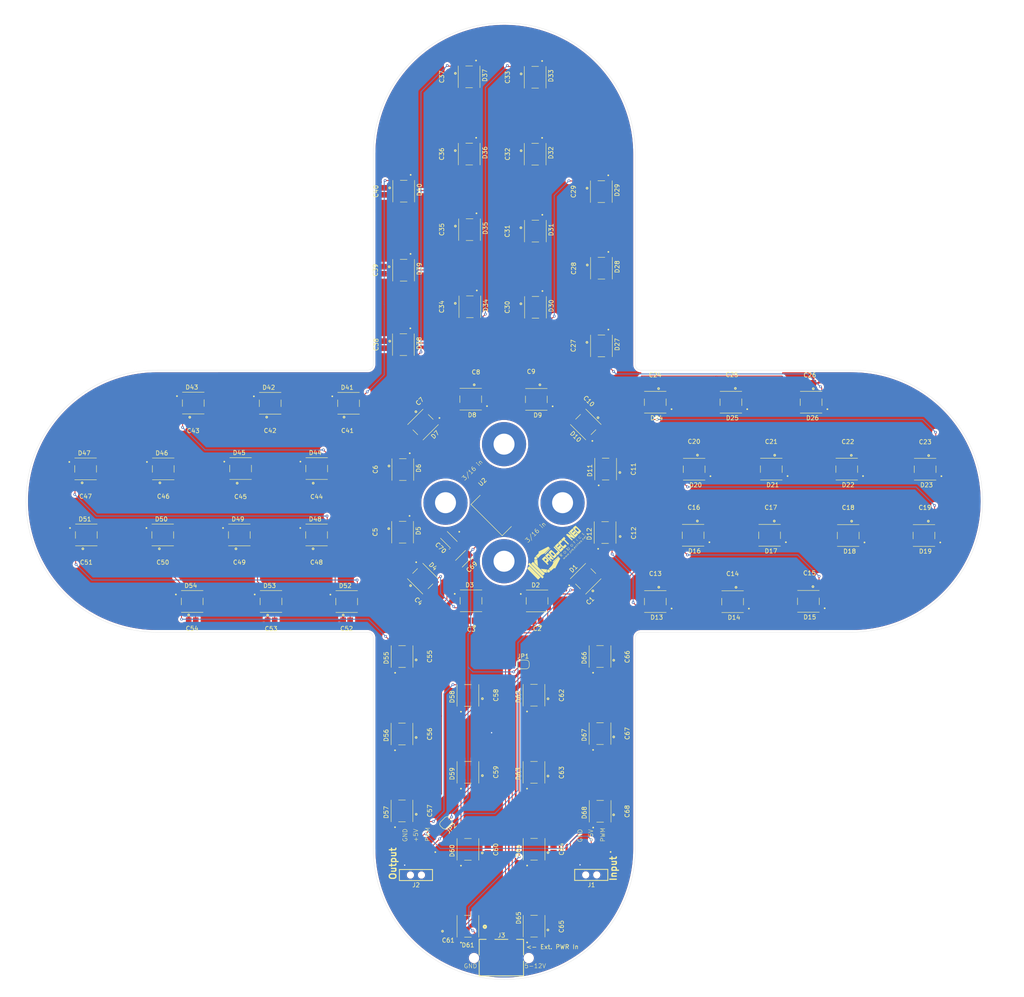
<source format=kicad_pcb>
(kicad_pcb (version 20241229) (generator "pcbnew") (generator_version "9.0")
  (title_block (title "Project NEO Zia") (date "2026-02-15") (rev "8"))
  (layers (0 "F.Cu" signal) (2 "B.Cu" signal) (13 "F.Paste" user) (15 "B.Paste" user) (5 "F.SilkS" user "F.Silkscreen") (7 "B.SilkS" user "B.Silkscreen") (1 "F.Mask" user) (3 "B.Mask" user) (25 "Edge.Cuts" user))
  (net 0 "")
  (net 1 "Net-(D1-DIN)")
  (net 2 "GND")
  (net 3 "Net-(D1-DOUT)")
  (net 4 "+5V")
  (net 5 "Net-(D10-DIN)")
  (net 6 "Net-(D10-DOUT)")
  (net 7 "Net-(D17-DIN)")
  (net 8 "Net-(D18-DIN)")
  (net 9 "Net-(D13-DIN)")
  (net 10 "Net-(D19-DIN)")
  (net 11 "Net-(D14-DIN)")
  (net 12 "Net-(D15-DIN)")
  (net 13 "Net-(D16-DIN)")
  (net 14 "Net-(D20-DIN)")
  (net 15 "Net-(D27-DIN)")
  (net 16 "Net-(D21-DIN)")
  (net 17 "Net-(D28-DIN)")
  (net 18 "Net-(D22-DIN)")
  (net 19 "Net-(D29-DIN)")
  (net 20 "Net-(D23-DIN)")
  (net 21 "Net-(D24-DIN)")
  (net 22 "Net-(D25-DIN)")
  (net 23 "Net-(D26-DIN)")
  (net 24 "Net-(D30-DIN)")
  (net 25 "Net-(D34-DIN)")
  (net 26 "Net-(D31-DIN)")
  (net 27 "Net-(D32-DIN)")
  (net 28 "Net-(D37-DIN)")
  (net 29 "Net-(D33-DIN)")
  (net 30 "Net-(D38-DIN)")
  (net 31 "Net-(D36-DIN)")
  (net 32 "Net-(D39-DIN)")
  (net 33 "Net-(D40-DIN)")
  (net 34 "Net-(D41-DIN)")
  (net 35 "Net-(D42-DIN)")
  (net 36 "Net-(D43-DIN)")
  (net 37 "Net-(D44-DIN)")
  (net 38 "Net-(D45-DIN)")
  (net 39 "Net-(D46-DIN)")
  (net 40 "Net-(D47-DIN)")
  (net 41 "Net-(D48-DIN)")
  (net 42 "Net-(D35-DIN)")
  (net 43 "Net-(D49-DIN)")
  (net 44 "Net-(D50-DIN)")
  (net 45 "Net-(D51-DIN)")
  (net 46 "Net-(D52-DIN)")
  (net 47 "Net-(D53-DIN)")
  (net 48 "Net-(D54-DIN)")
  (net 49 "Net-(D55-DIN)")
  (net 50 "Net-(D56-DIN)")
  (net 51 "Net-(D57-DIN)")
  (net 52 "Net-(D58-DIN)")
  (net 53 "Net-(D59-DIN)")
  (net 54 "Net-(D60-DIN)")
  (net 55 "Net-(D61-DIN)")
  (net 56 "Net-(D62-DIN)")
  (net 57 "Net-(D63-DIN)")
  (net 58 "Net-(D64-DIN)")
  (net 59 "Net-(D65-DIN)")
  (net 60 "Net-(D66-DIN)")
  (net 61 "Net-(D67-DIN)")
  (net 62 "Net-(D68-DIN)")
  (net 65 "Net-(D2-DIN)")
  (net 66 "Net-(D3-DIN)")
  (net 67 "Net-(D4-DIN)")
  (net 68 "Net-(D5-DIN)")
  (net 69 "Net-(D6-DIN)")
  (net 70 "Net-(D7-DIN)")
  (net 71 "Net-(D8-DIN)")
  (net 72 "Net-(D11-DIN)")
  (net 73 "Net-(D12-DIN)")
  (net 74 "Net-(J3-Pin_2)")
  (net 75 "Net-(JP1-A)")
  (net 76 "Net-(JP2-B)")
  (footprint "CustomParts:LED_1655" (layer "F.Cu") (at 132.417116 163.820384)
    (property "Reference" "D53")
    (property "Value" "1655 NeoPixel")
  )
  (footprint "CustomParts:CAPC220145_88N_KEM" (layer "F.Cu") (at 114.525 122.7 180)
    (property "Reference" "C43")
    (property "Value" "C_Small")
  )
  (footprint "CustomParts:LED_1655" (layer "F.Cu") (at 193.275 96.1375 -90)
    (property "Reference" "D30")
    (property "Value" "1655 NeoPixel")
  )
  (footprint "CustomParts:RESC3216X125N" (layer "F.Cu") (at 173.35 149.65 135)
    (property "Reference" "C70")
    (property "Value" "C_Small")
  )
  (footprint "CustomParts:LED_1655" (layer "F.Cu") (at 193.2 60.9 -90)
    (property "Reference" "D32")
    (property "Value" "1655 NeoPixel")
  )
  (footprint "CustomParts:CAPC220145_88N_KEM" (layer "F.Cu") (at 149.825 168.225 180)
    (property "Reference" "C52")
    (property "Value" "C_Small")
  )
  (footprint "CustomParts:SAMTEC_TSM-103-02-L-SH-LC" (layer "F.Cu") (at 206.104616 226.745384 180)
    (property "Reference" "J1")
    (property "Value" "TSM-103-02-L-SH-LC")
  )
  (footprint "CustomParts:CAPC220145_88N_KEM" (layer "F.Cu") (at 158.295997 133.449003 90)
    (property "Reference" "C6")
    (property "Value" "C_Small")
  )
  (footprint "CustomParts:CAPC220145_88N_KEM" (layer "F.Cu") (at 265.225 144.075)
    (property "Reference" "C18")
    (property "Value" "C_Small")
  )
  (footprint "CustomParts:LED_1655" (layer "F.Cu") (at 209.295997 147.961503 90)
    (property "Reference" "D12")
    (property "Value" "1655 NeoPixel")
  )
  (footprint "CustomParts:LED_1655" (layer "F.Cu") (at 89.917116 148.520384)
    (property "Reference" "D51")
    (property "Value" "1655 NeoPixel")
  )
  (footprint "CustomParts:claw" (layer "F.Cu") (at 197.91 152.34 45)
    (property "Reference" "G***" (hide yes))
    (property "Value" "LOGO" (hide yes))
  )
  (footprint "CustomParts:CAPC220145_88N_KEM" (layer "F.Cu") (at 164.3 119.825 45)
    (property "Reference" "C7")
    (property "Value" "C_Small")
  )
  (footprint "CustomParts:LED_1655" (layer "F.Cu") (at 177.729616 185.445384 90)
    (property "Reference" "D58")
    (property "Value" "1655 NeoPixel")
  )
  (footprint "CustomParts:LED_1655" (layer "F.Cu") (at 247.5375 133.370384 180)
    (property "Reference" "D21")
    (property "Value" "1655 NeoPixel")
  )
  (footprint "CustomParts:CAPC220145_88N_KEM" (layer "F.Cu") (at 107.525 152.975 180)
    (property "Reference" "C50")
    (property "Value" "C_Small")
  )
  (footprint "CustomParts:CAPC220145_88N_KEM" (layer "F.Cu") (at 158.443102 69.45 90)
    (property "Reference" "C40")
    (property "Value" "C_Small")
  )
  (footprint "CustomParts:CAPC220145_88N_KEM" (layer "F.Cu") (at 167.079616 194.320384 -90)
    (property "Reference" "C56")
    (property "Value" "C_Small")
  )
  (footprint "CustomParts:LED_1655" (layer "F.Cu") (at 162.695997 147.886503 -90)
    (property "Reference" "D5")
    (property "Value" "1655 NeoPixel")
  )
  (footprint "CustomParts:3-16in hole" (layer "F.Cu") (at 199.469339 141.070719 45)
    (property "Reference" "3/16 in")
    (property "Value" "3/16 in" (hide yes))
  )
  (footprint "CustomParts:LED_1655" (layer "F.Cu") (at 167.345997 158.574003 -45)
    (property "Reference" "D4")
    (property "Value" "1655 NeoPixel")
  )
  (footprint "CustomParts:CAPC220145_88N_KEM" (layer "F.Cu") (at 188.7 43.225 90)
    (property "Reference" "C33")
    (property "Value" "C_Small")
  )
  (footprint "CustomParts:LED_1655" (layer "F.Cu") (at 193.2 43.2 -90)
    (property "Reference" "D33")
    (property "Value" "1655 NeoPixel")
  )
  (footprint "CustomParts:CAPC220145_88N_KEM" (layer "F.Cu") (at 212.554616 194.195384 -90)
    (property "Reference" "C67")
    (property "Value" "C_Small")
  )
  (footprint "CustomParts:CAPC220145_88N_KEM" (layer "F.Cu") (at 213.970997 133.349003 -90)
    (property "Reference" "C11")
    (property "Value" "C_Small")
  )
  (footprint "CustomParts:CAPC220145_88N_KEM" (layer "F.Cu") (at 178.470997 168.249003)
    (property "Reference" "C3")
    (property "Value" "C_Small")
  )
  (footprint "CustomParts:CAPC220145_88N_KEM" (layer "F.Cu") (at 282.95 128.975)
    (property "Reference" "C23")
    (property "Value" "C_Small")
  )
  (footprint "CustomParts:CAPC220145_88N_KEM" (layer "F.Cu") (at 197.404616 238.620384 -90)
    (property "Reference" "C65")
    (property "Value" "C_Small")
  )
  (footprint "CustomParts:LED_1655" (layer "F.Cu") (at 162.925 87.6 -90)
    (property "Reference" "D39")
    (property "Value" "1655 NeoPixel")
  )
  (footprint "CustomParts:CAPC220145_88N_KEM" (layer "F.Cu") (at 182.329616 203.095384 -90)
    (property "Reference" "C59")
    (property "Value" "C_Small")
  )
  (footprint "CustomParts:LED_1655" (layer "F.Cu") (at 204.820997 158.599003 45)
    (property "Reference" "D1")
    (property "Value" "1655 NeoPixel")
  )
  (footprint "CustomParts:LED_1655" (layer "F.Cu") (at 178.1 78.2625 -90)
    (property "Reference" "D35")
    (property "Value" "1655 NeoPixel")
  )
  (footprint "CustomParts:CAPC220145_88N_KEM" (layer "F.Cu") (at 212.529616 212.120384 -90)
    (property "Reference" "C68")
    (property "Value" "C_Small")
  )
  (footprint "CustomParts:CAPC220145_88N_KEM" (layer "F.Cu") (at 188.7 60.9 90)
    (property "Reference" "C32")
    (property "Value" "C_Small")
  )
  (footprint "CustomParts:LED_1655" (layer "F.Cu") (at 208.425 69.5125 -90)
    (property "Reference" "D29")
    (property "Value" "1655 NeoPixel")
  )
  (footprint "CustomParts:CAPC220145_88N_KEM" (layer "F.Cu") (at 247.525 128.9)
    (property "Reference" "C21")
    (property "Value" "C_Small")
  )
  (footprint "CustomParts:SAMTEC_TSM-103-02-L-SH-LC" (layer "F.Cu") (at 165.767116 226.780384 180)
    (property "Reference" "J2")
    (property "Value" "TSM-103-02-L-SH-LC")
  )
  (footprint "CustomParts:CAPC220145_88N_KEM" (layer "F.Cu") (at 142.925 137.875 180)
    (property "Reference" "C44")
    (property "Value" "C_Small")
  )
  (footprint "CustomParts:LED_1655" (layer "F.Cu") (at 208.154616 212.107884 90)
    (property "Reference" "D68")
    (property "Value" "1655 NeoPixel")
  )
  (footprint "CustomParts:LED_1655" (layer "F.Cu") (at 192.929616 203.145384 90)
    (property "Reference" "D63")
    (property "Value" "1655 NeoPixel")
  )
  (footprint "CustomParts:CAPC220145_88N_KEM" (layer "F.Cu") (at 282.875 144.075)
    (property "Reference" "C19")
    (property "Value" "C_Small")
  )
  (footprint "CustomParts:CAPC220145_88N_KEM" (layer "F.Cu") (at 173.15 238.9 -90)
    (property "Reference" "C61")
    (property "Value" "C_Small")
  )
  (footprint "CustomParts:LED_1655" (layer "F.Cu") (at 193.645997 163.699003)
    (property "Reference" "D2")
    (property "Value" "1655 NeoPixel")
  )
  (footprint "CustomParts:SolderJumper-2_P1.3mm_Open_RoundedPad1.0x1.5mm" (layer "F.Cu") (at 172.65 214.75 -135)
    (property "Reference" "JP2")
    (property "Value" "SolderJumper_2_Open")
  )
  (footprint "CustomParts:CAPC220145_88N_KEM" (layer "F.Cu") (at 173.55 96.025 90)
    (property "Reference" "C34")
    (property "Value" "C_Small")
  )
  (footprint "CustomParts:LED_1655" (layer "F.Cu") (at 114.279616 163.820384)
    (property "Reference" "D54")
    (property "Value" "1655 NeoPixel")
  )
  (footprint "CustomParts:CAPC220145_88N_KEM" (layer "F.Cu") (at 125.15 152.975 180)
    (property "Reference" "C49")
    (property "Value" "C_Small")
  )
  (footprint "CustomParts:CAPC220145_88N_KEM" (layer "F.Cu") (at 265.15 128.925)
    (property "Reference" "C22")
    (property "Value" "C_Small")
  )
  (footprint "CustomParts:LED_1655" (layer "F.Cu") (at 178.025 60.875 -90)
    (property "Reference" "D36")
    (property "Value" "1655 NeoPixel")
  )
  (footprint "CustomParts:CAPC220145_88N_KEM" (layer "F.Cu") (at 167.079616 176.470384 -90)
    (property "Reference" "C55")
    (property "Value" "C_Small")
  )
  (footprint "CustomParts:LED_1655" (layer "F.Cu") (at 107.617116 133.320384)
    (property "Reference" "D46")
    (property "Value" "1655 NeoPixel")
  )
  (footprint "CustomParts:LED_1655" (layer "F.Cu") (at 256.075 163.795384 180)
    (property "Reference" "D15")
    (property "Value" "1655 NeoPixel")
  )
  (footprint "CustomParts:CAPC220145_88N_KEM" (layer "F.Cu") (at 164.195997 161.649003 135)
    (property "Reference" "C4")
    (property "Value" "C_Small")
  )
  (footprint "CustomParts:CAPC220145_88N_KEM" (layer "F.Cu") (at 256.325 159.143102)
    (property "Reference" "C15")
    (property "Value" "C_Small")
  )
  (footprint "CustomParts:LED_1655" (layer "F.Cu") (at 149.829616 163.845384)
    (property "Reference" "D52")
    (property "Value" "1655 NeoPixel")
  )
  (footprint "CustomParts:CAPC220145_88N_KEM" (layer "F.Cu") (at 182.329616 185.395384 -90)
    (property "Reference" "C58")
    (property "Value" "C_Small")
  )
  (footprint "CustomParts:LED_1655" (layer "F.Cu") (at 162.875 104.725 -90)
    (property "Reference" "D38")
    (property "Value" "1655 NeoPixel")
  )
  (footprint "CustomParts:LED_1655" (layer "F.Cu") (at 162.95 69.4125 -90)
    (property "Reference" "D40")
    (property "Value" "1655 NeoPixel")
  )
  (footprint "CustomParts:CAPC220145_88N_KEM" (layer "F.Cu") (at 125.425 137.875 180)
    (property "Reference" "C45")
    (property "Value" "C_Small")
  )
  (footprint "CustomParts:LED_1655" (layer "F.Cu") (at 192.929616 185.395384 90)
    (property "Reference" "D62")
    (property "Value" "1655 NeoPixel")
  )
  (footprint "CustomParts:LED_1655" (layer "F.Cu") (at 192.954616 238.545384 90)
    (property "Reference" "D65")
    (property "Value" "1655 NeoPixel")
  )
  (footprint "CustomParts:LED_1655" (layer "F.Cu") (at 208.129616 194.232884 90)
    (property "Reference" "D67")
    (property "Value" "1655 NeoPixel")
  )
  (footprint "CustomParts:TO254P1524X483-4N" (layer "F.Cu") (at 183.898543 143.221457 45)
    (property "Reference" "U2")
    (property "Value" "LM1084IS-5.0_NOPB")
  )
  (footprint "CustomParts:LED_1655" (layer "F.Cu") (at 107.504616 148.520384)
    (property "Reference" "D50")
    (property "Value" "1655 NeoPixel")
  )
  (footprint "CustomParts:CAPC220145_88N_KEM" (layer "F.Cu") (at 203.925 87.2 90)
    (property "Reference" "C28")
    (property "Value" "C_Small")
  )
  (footprint "CustomParts:CAPC220145_88N_KEM" (layer "F.Cu") (at 188.65 78.625 90)
    (property "Reference" "C31")
    (property "Value" "C_Small")
  )
  (footprint "CustomParts:LED_1655" (layer "F.Cu") (at 177.729616 220.870384 90)
    (property "Reference" "D60")
    (property "Value" "1655 NeoPixel")
  )
  (footprint "CustomParts:CAPC220145_88N_KEM" (layer "F.Cu") (at 238.475 113.525)
    (property "Reference" "C25")
    (property "Value" "C_Small")
  )
  (footprint "CustomParts:CAPC220145_88N_KEM" (layer "F.Cu") (at 212.554616 176.545384 -90)
    (property "Reference" "C66")
    (property "Value" "C_Small")
  )
  (footprint "CustomParts:LED_1655" (layer "F.Cu") (at 114.5275 118.17)
    (property "Reference" "D43")
    (property "Value" "1655 NeoPixel")
  )
  (footprint "CustomParts:CAPC220145_88N_KEM" (layer "F.Cu") (at 107.65 137.8 180)
    (property "Reference" "C46")
    (property "Value" "C_Small")
  )
  (footprint "CustomParts:LED_1655" (layer "F.Cu") (at 142.929616 133.245384)
    (property "Reference" "D44")
    (property "Value" "1655 NeoPixel")
  )
  (footprint "CustomParts:CAPC220145_88N_KEM" (layer "F.Cu") (at 256.4 113.6)
    (property "Reference" "C26")
    (property "Value" "C_Small")
  )
  (footprint "CustomParts:LED_1655" (layer "F.Cu") (at 178.175 96.0125 -90)
    (property "Reference" "D34")
    (property "Value" "1655 NeoPixel")
  )
  (footprint "CustomParts:CAPC220145_88N_KEM" (layer "F.Cu") (at 229.725 144.043102)
    (property "Reference" "C16")
    (property "Value" "C_Small")
  )
  (footprint "CustomParts:LED_1655" (layer "F.Cu") (at 238.25 117.975 180)
    (property "Reference" "D25")
    (property "Value" "1655 NeoPixel")
  )
  (footprint "CustomParts:CAPC220145_88N_KEM" (layer "F.Cu") (at 203.85 105 90)
    (property "Reference" "C27")
    (property "Value" "C_Small")
  )
  (footprint "CustomParts:RESC3216X125N" (layer "F.Cu") (at 176.8 154 -135)
    (property "Reference" "C69")
    (property "Value" "C_Small")
  )
  (footprint "CustomParts:CAPC220145_88N_KEM" (layer "F.Cu") (at 193.495997 112.699003)
    (property "Reference" "C9")
    (property "Value" "C_Small")
  )
  (footprint "CustomParts:LED_1655" (layer "F.Cu") (at 229.7875 133.395384 180)
    (property "Reference" "D20")
    (property "Value" "1655 NeoPixel")
  )
  (footprint "CustomParts:LED_1655" (layer "F.Cu") (at 208.129616 176.482884 90)
    (property "Reference" "D66")
    (property "Value" "1655 NeoPixel")
  )
  (footprint "CustomParts:CAPC220145_88N_KEM" (layer "F.Cu") (at 132.225 122.675 180)
    (property "Reference" "C42")
    (property "Value" "C_Small")
  )
  (footprint "CustomParts:CAPC220145_88N_KEM" (layer "F.Cu") (at 193.645997 168.249003)
    (property "Reference" "C2")
    (property "Value" "C_Small")
  )
  (footprint "CustomParts:LED_1655" (layer "F.Cu") (at 282.675 148.645384 180)
    (property "Reference" "D19")
    (property "Value" "1655 NeoPixel")
  )
  (footprint "CustomParts:CAPC220145_88N_KEM" (layer "F.Cu") (at 197.429616 220.820384 -90)
    (property "Reference" "C64")
    (property "Value" "C_Small")
  )
  (footprint "CustomParts:CAPC220145_88N_KEM" (layer "F.Cu") (at 238.622201 159.3)
    (property "Reference" "C14")
    (property "Value" "C_Small")
  )
  (footprint "CustomParts:3-16in hole" (layer "F.Cu") (at 185.998955 127.600335 45)
    (property "Reference" "3/16 in" (hide yes))
    (property "Value" "3/16 in" (hide yes))
  )
  (footprint "CustomParts:CAPC220145_88N_KEM" (layer "F.Cu") (at 132.45 168.25 180)
    (property "Reference" "C53")
    (property "Value" "C_Small")
  )
  (footprint "CustomParts:LED_1655" (layer "F.Cu") (at 125.129616 148.520384)
    (property "Reference" "D49")
    (property "Value" "1655 NeoPixel")
  )
  (footprint "CustomParts:LED_1655" (layer "F.Cu") (at 229.55 148.595384 180)
    (property "Reference" "D16")
    (property "Value" "1655 NeoPixel")
  )
  (footprint "CustomParts:LED_1655" (layer "F.Cu") (at 125.417116 133.245384)
    (property "Reference" "D45")
    (property "Value" "1655 NeoPixel")
  )
  (footprint "CustomParts:CAPC220145_88N_KEM" (layer "F.Cu") (at 188.65 96.125 90)
    (property "Reference" "C30")
    (property "Value" "C_Small")
  )
  (footprint "CustomParts:LED_1655" (layer "F.Cu") (at 209.420997 133.361503 90)
    (property "Reference" "D11")
    (property "Value" "1655 NeoPixel")
  )
  (footprint "CustomParts:LED_1655" (layer "F.Cu") (at 178 43.1 -90)
    (property "Reference" "D37")
    (property "Value" "1655 NeoPixel")
  )
  (footprint "CustomParts:LED_1655" (layer "F.Cu") (at 132.2275 118.22)
    (property "Reference" "D42")
    (property "Value" "1655 NeoPixel")
  )
  (footprint "CustomParts:LED_1655" (layer "F.Cu") (at 178.370997 117.274003 180)
    (property "Reference" "D8")
    (property "Value" "1655 NeoPixel")
  )
  (footprint "CustomParts:LED_1655" (layer "F.Cu") (at 162.554616 212.020384 90)
    (property "Reference" "D57")
    (property "Value" "1655 NeoPixel")
  )
  (footprint "CustomParts:LED_1655" (layer "F.Cu") (at 162.745997 133.474003 -90)
    (property "Reference" "D6")
    (property "Value" "1655 NeoPixel")
  )
  (footprint "CustomParts:LED_1655" (layer "F.Cu") (at 256.7 117.975 180)
    (property "Reference" "D26")
    (property "Value" "1655 NeoPixel")
  )
  (footprint "CustomParts:LED_1655" (layer "F.Cu") (at 167.395997 123.124003 -135)
    (property "Reference" "D7")
    (property "Value" "1655 NeoPixel")
  )
  (footprint "CustomParts:CAPC220145_88N_KEM" (layer "F.Cu") (at 182.304616 220.895384 -90)
    (property "Reference" "C60")
    (property "Value" "C_Small")
  )
  (footprint "CustomParts:CAPC220145_88N_KEM" (layer "F.Cu") (at 158.475 104.725 90)
    (property "Reference" "C38")
    (property "Value" "C_Small")
  )
  (footprint "CustomParts:CAPC220145_88N_KEM" (layer "F.Cu") (at 114.275 168.2 180)
    (property "Reference" "C54")
    (property "Value" "C_Small")
  )
  (footprint "CustomParts:LED_1655" (layer "F.Cu") (at 265.2375 148.645384 180)
    (property "Reference" "D18")
    (property "Value" "1655 NeoPixel")
  )
  (footprint "CustomParts:691709710302" (layer "F.Cu") (at 185.425 245.875)
    (property "Reference" "J3")
    (property "Value" "Conn_01x02")
  )
  (footprint "CustomParts:CAPC220145_88N_KEM" (layer "F.Cu") (at 207.945997 161.724003 -135)
    (property "Reference" "C1")
    (property "Value" "C_Small")
  )
  (footprint "CustomParts:CAPC220145_88N_KEM" (layer "F.Cu") (at 173.575 78.25 90)
    (property "Reference" "C35")
    (property "Value" "C_Small")
  )
  (footprint "CustomParts:LED_1655" (layer "F.Cu") (at 142.904616 148.520384)
    (property "Reference" "D48")
    (property "Value" "1655 NeoPixel")
  )
  (footprint "CustomParts:CAPC220145_88N_KEM" (layer "F.Cu") (at 207.995997 120.074003 -45)
    (property "Reference" "C10")
    (property "Value" "C_Small")
  )
  (footprint "CustomParts:CAPC220145_88N_KEM" (layer "F.Cu") (at 203.875 69.525 90)
    (property "Reference" "C29")
    (property "Value" "C_Small")
  )
  (footprint "CustomParts:CAPC220145_88N_KEM" (layer "F.Cu") (at 220.802799 113.575)
    (property "Reference" "C24")
    (property "Value" "C_Small")
  )
  (footprint "CustomParts:CAPC220145_88N_KEM" (layer "F.Cu") (at 173.55 60.875 90)
    (property "Reference" "C36")
    (property "Value" "C_Small")
  )
  (footprint "CustomParts:CAPC220145_88N_KEM" (layer "F.Cu") (at 197.429616 203.195384 -90)
    (property "Reference" "C63")
    (property "Value" "C_Small")
  )
  (footprint "CustomParts:LED_1655" (layer "F.Cu") (at 208.45 87.1375 -90)
    (property "Reference" "D28")
    (property "Value" "1655 NeoPixel")
  )
  (footprint "CustomParts:LED_1655" (layer "F.Cu") (at 238.6375 163.870384 180)
    (property "Reference" "D14")
    (property "Value" "1655 NeoPixel")
  )
  (footprint "CustomParts:CAPC220145_88N_KEM" (layer "F.Cu") (at 214.020997 148.074003 -90)
    (property "Reference" "C12")
    (property "Value" "C_Small")
  )
  (footprint "CustomParts:3-16in hole" (layer "F.Cu") (at 185.998955 154.541103 45)
    (property "Reference" "3/16 in" (hide yes))
    (property "Value" "3/16 in" (hide yes))
  )
  (footprint "CustomParts:3-16in hole" (layer "F.Cu") (at 172.528571 141.070719 45)
    (property "Reference" "3/16 in")
    (property "Value" "3/16 in" (hide yes))
  )
  (footprint "CustomParts:LED_1655" (layer "F.Cu") (at 204.845997 123.099003 135)
    (property "Reference" "D10")
    (property "Value" "1655 NeoPixel")
  )
  (footprint "CustomParts:CAPC220145_88N_KEM" (layer "F.Cu") (at 178.370997 112.699003)
    (property "Reference" "C8")
    (property "Value" "C_Small")
  )
  (footprint "CustomParts:LED_1655" (layer "F.Cu") (at 193.470997 117.324003 180)
    (property "Reference" "D9")
    (property "Value" "1655 NeoPixel")
  )
  (footprint "CustomParts:LED_1655" (layer "F.Cu") (at 220.85 163.845384 180)
    (property "Reference" "D13")
    (property "Value" "1655 NeoPixel")
  )
  (footprint "CustomParts:CAPC220145_88N_KEM" (layer "F.Cu") (at 197.429616 185.420384 -90)
    (property "Reference" "C62")
    (property "Value" "C_Small")
  )
  (footprint "CustomParts:CAPC220145_88N_KEM" (layer "F.Cu") (at 89.75 137.8 180)
    (property "Reference" "C47")
    (property "Value" "C_Small")
  )
  (footprint "CustomParts:LED_1655" (layer "F.Cu") (at 264.9 133.370384 180)
    (property "Reference" "D22")
    (property "Value" "1655 NeoPixel")
  )
  (footprint "CustomParts:CAPC220145_88N_KEM" (layer "F.Cu") (at 173.575 43.1 90)
    (property "Reference" "C37")
    (property "Value" "C_Small")
  )
  (footprint "CustomParts:LED_1655" (layer "F.Cu") (at 193.25 78.6 -90)
    (property "Reference" "D31")
    (property "Value" "1655 NeoPixel")
  )
  (footprint "CustomParts:CAPC220145_88N_KEM" (layer "F.Cu") (at 167.104616 211.995384 -90)
    (property "Reference" "C57")
    (property "Value" "C_Small")
  )
  (footprint "CustomParts:LED_1655" (layer "F.Cu") (at 177.729616 238.570384 90)
    (property "Reference" "D61")
    (property "Value" "1655 NeoPixel")
  )
  (footprint "CustomParts:CAPC220145_88N_KEM" (layer "F.Cu") (at 150.025 122.675 180)
    (property "Reference" "C41")
    (property "Value" "C_Small")
  )
  (footprint "CustomParts:CAPC220145_88N_KEM" (layer "F.Cu") (at 158.325 87.6 90)
    (property "Reference" "C39")
    (property "Value" "C_Small")
  )
  (footprint "CustomParts:LED_1655" (layer "F.Cu") (at 192.954616 220.845384 90)
    (property "Reference" "D64")
    (property "Value" "1655 NeoPixel")
  )
  (footprint "CustomParts:LED_1655" (layer "F.Cu") (at 247.15 148.595384 180)
    (property "Reference" "D17")
    (property "Value" "1655 NeoPixel")
  )
  (footprint "CustomParts:LED_1655" (layer "F.Cu") (at 282.9375 133.395384 180)
    (property "Reference" "D23")
    (property "Value" "1655 NeoPixel")
  )
  (footprint "CustomParts:LED_1655" (layer "F.Cu") (at 208.45 105.0125 -90)
    (property "Reference" "D27")
    (property "Value" "1655 NeoPixel")
  )
  (footprint "CustomParts:LED_1655" (layer "F.Cu") (at 162.554616 194.320384 90)
    (property "Reference" "D56")
    (property "Value" "1655 NeoPixel")
  )
  (footprint "CustomParts:LED_1655" (layer "F.Cu") (at 220.8375 117.975 180)
    (property "Reference" "D24")
    (property "Value" "1655 NeoPixel")
  )
  (footprint "CustomParts:LED_1655" (layer "F.Cu") (at 162.579616 176.495384 90)
    (property "Reference" "D55")
    (property "Value" "1655 NeoPixel")
  )
  (footprint "CustomParts:CAPC220145_88N_KEM" (layer "F.Cu") (at 89.925 152.975 180)
    (property "Reference" "C51")
    (property "Value" "C_Small")
  )
  (footprint "CustomParts:CAPC220145_88N_KEM" (layer "F.Cu") (at 229.75 128.875)
    (property "Reference" "C20")
    (property "Value" "C_Small")
  )
  (footprint "CustomParts:LED_1655" (layer "F.Cu") (at 178.445997 163.674003)
    (property "Reference" "D3")
    (property "Value" "1655 NeoPixel")
  )
  (footprint "CustomParts:LED_1655" (layer "F.Cu") (at 177.729616 203.145384 90)
    (property "Reference" "D59")
    (property "Value" "1655 NeoPixel")
  )
  (footprint "CustomParts:SolderJumper-2_P1.3mm_Bridged_RoundedPad1.0x1.5mm" (layer "F.Cu") (at 190.44 178.32)
    (property "Reference" "JP1")
    (property "Value" "SolderJumper_2_Bridged")
  )
  (footprint "CustomParts:CAPC220145_88N_KEM" (layer "F.Cu") (at 247.425 144.05)
    (property "Reference" "C17")
    (property "Value" "C_Small")
  )
  (footprint "CustomParts:CAPC220145_88N_KEM" (layer "F.Cu") (at 220.85 159.275)
    (property "Reference" "C13")
    (property "Value" "C_Small")
  )
  (footprint "CustomParts:LED_1655" (layer "F.Cu") (at 89.754616 133.320384)
    (property "Reference" "D47")
    (property "Value" "1655 NeoPixel")
  )
  (footprint "CustomParts:CAPC220145_88N_KEM" (layer "F.Cu") (at 158.245997 147.874003 90)
    (property "Reference" "C5")
    (property "Value" "C_Small")
  )
  (footprint "CustomParts:LED_1655" (layer "F.Cu") (at 150.265 118.22)
    (property "Reference" "D41")
    (property "Value" "1655 NeoPixel")
  )
  (footprint "CustomParts:CAPC220145_88N_KEM" (layer "F.Cu") (at 142.9 152.975 180)
    (property "Reference" "C48")
    (property "Value" "C_Small")
  )
  (gr_line (start 106.204771 110.59526) (end 154.678055 110.593754) (stroke (width 0.05)) (layer "Edge.Cuts"))
  (gr_line (start 266.16 110.59) (end 217.536251 110.588561) (stroke (width 0.05)) (layer "Edge.Cuts"))
  (gr_line (start 155.954534 60.695384) (end 155.953054 109.318784) (stroke (width 0.05)) (layer "Edge.Cuts"))
  (gr_arc (start 155.953055 109.318823) (mid 155.579616 110.220384) (end 154.678055 110.593823) (stroke (width 0.05)) (layer "Edge.Cuts"))
  (gr_line (start 155.954534 220.645229) (end 155.954616 172.170402) (stroke (width 0.05)) (layer "Edge.Cuts"))
  (gr_arc (start 266.154586 110.59526) (mid 296.204658 140.820302) (end 266.004503 170.895384) (stroke (width 0.05)) (layer "Edge.Cuts"))
  (gr_arc (start 154.679616 170.895384) (mid 155.581177 171.268823) (end 155.954616 172.170384) (stroke (width 0.05)) (layer "Edge.Cuts"))
  (gr_line (start 216.254661 60.851592) (end 216.256177 109.318823) (stroke (width 0.05)) (layer "Edge.Cuts"))
  (gr_arc (start 217.531177 110.593823) (mid 216.629623 110.220377) (end 216.256177 109.318823) (stroke (width 0.05)) (layer "Edge.Cuts"))
  (gr_line (start 266.004868 170.895384) (end 217.525 170.9) (stroke (width 0.05)) (layer "Edge.Cuts"))
  (gr_arc (start 106.054688 170.895384) (mid 76.004616 140.670342) (end 106.204771 110.59526) (stroke (width 0.05)) (layer "Edge.Cuts"))
  (gr_line (start 216.254658 220.795061) (end 216.256178 172.171945) (stroke (width 0.05)) (layer "Edge.Cuts"))
  (gr_arc (start 155.954534 60.695332) (mid 186.179576 30.64526) (end 216.254658 60.845415) (stroke (width 0.05)) (layer "Edge.Cuts"))
  (gr_arc (start 216.254658 220.795312) (mid 186.029616 250.845384) (end 155.954534 220.645229) (stroke (width 0.05)) (layer "Edge.Cuts"))
  (gr_arc (start 216.2593 172.171945) (mid 216.631807 171.272555) (end 217.531177 170.9) (stroke (width 0.05)) (layer "Edge.Cuts"))
  (gr_line (start 106.05474 170.895384) (end 154.6796 170.895384) (stroke (width 0.05)) (layer "Edge.Cuts"))
  (gr_text "Input" (at 212.071216 228.293384 90) (layer "F.SilkS") (effects (font (size 1.5 1.5) (thickness 0.3) (bold yes)) (justify left bottom)))
  (gr_text "Output" (at 161.347416 228.013984 90) (layer "F.SilkS") (effects (font (size 1.5 1.5) (thickness 0.3) (bold yes)) (justify left bottom)))
  (gr_text "GND" (at 163.85 219.2 90) (layer "F.SilkS") (effects (font (size 1 1) (thickness 0.1)) (justify left bottom)))
  (gr_text "PWM" (at 209.35 219.225 90) (layer "F.SilkS") (effects (font (size 1 1) (thickness 0.1)) (justify left bottom)))
  (gr_text "<- Ext. PWR In" (at 191.05 243.9 0) (layer "F.SilkS") (effects (font (size 1 1)) (justify left bottom)))
  (gr_text "GND\n" (at 176.725 248.3 0) (layer "F.SilkS") (effects (font (size 1 1) (thickness 0.1)) (justify left bottom)))
  (gr_text "GND" (at 204.125 219.3 90) (layer "F.SilkS") (effects (font (size 1 1) (thickness 0.1)) (justify left bottom)))
  (gr_text "+5V" (at 206.6 219.35 90) (layer "F.SilkS") (effects (font (size 1 1) (thickness 0.1)) (justify left bottom)))
  (gr_text "+5V" (at 166.325 219.25 90) (layer "F.SilkS") (effects (font (size 1 1) (thickness 0.1)) (justify left bottom)))
  (gr_text "5-12V" (at 190.67 248.28 0) (layer "F.SilkS") (effects (font (size 1 1) (thickness 0.1)) (justify left bottom)))
  (gr_text "PWM" (at 169.075 219.125 90) (layer "F.SilkS") (effects (font (size 1 1) (thickness 0.1)) (justify left bottom)))
  (segment (start 196.095997 162.099003) (end 203.583738 162.099003) (width 0.2) (layer "F.Cu") (net 1))
  (segment (start 203.583738 162.099003) (end 204.219956 161.462785) (width 0.2) (layer "F.Cu") (net 1))
  (segment (start 172.285804 148.585804) (end 174.864196 148.585804) (width 0.2) (layer "F.Cu") (net 2))
  (segment (start 174.864196 148.585804) (end 177.499111 145.950889) (width 0.2) (layer "F.Cu") (net 2))
  (segment (start 177.499111 145.950889) (end 177.577008 145.950889) (width 0.2) (layer "F.Cu") (net 2))
  (via (at 203.525 224.425) (size 0.6) (drill 0.3) (layers "F.Cu" "B.Cu") (net 2))
  (via (at 163.175 224.5) (size 0.6) (drill 0.3) (layers "F.Cu" "B.Cu") (net 2))
  (via (at 183.175 194.025) (size 0.6) (drill 0.3) (layers "F.Cu" "B.Cu") (net 2))
  (segment (start 205.422038 155.735221) (end 205.422038 157.997962) (width 0.2) (layer "F.Cu") (net 3))
  (segment (start 205.422038 157.997962) (end 202.245997 161.174003) (width 0.2) (layer "F.Cu") (net 3))
  (segment (start 168.307116 221.367884) (end 171.204616 218.470384) (width 0.2) (layer "F.Cu") (net 3))
  (segment (start 202.245997 161.174003) (end 201.345997 161.174003) (width 0.2) (layer "F.Cu") (net 3))
  (segment (start 168.307116 221.500384) (end 168.307116 221.367884) (width 0.2) (layer "F.Cu") (net 3))
  (via (at 201.345997 161.174003) (size 0.6) (drill 0.3) (layers "F.Cu" "B.Cu") (net 3))
  (via (at 171.204616 218.470384) (size 0.6) (drill 0.3) (layers "F.Cu" "B.Cu") (net 3))
  (segment (start 189.225 173.295) (end 189.225 207.325) (width 0.2) (layer "B.Cu") (net 3))
  (segment (start 183.929616 212.620384) (end 177.054616 212.620384) (width 0.2) (layer "B.Cu") (net 3))
  (segment (start 177.054616 212.620384) (end 171.204616 218.470384) (width 0.2) (layer "B.Cu") (net 3))
  (segment (start 201.345997 161.174003) (end 189.225 173.295) (width 0.2) (layer "B.Cu") (net 3))
  (segment (start 189.225 207.325) (end 183.929616 212.620384) (width 0.2) (layer "B.Cu") (net 3))
  (segment (start 203.9 87.965299) (end 205.177799 87.965299) (width 0.2) (layer "F.Cu") (net 4))
  (segment (start 207.374616 116.515384) (end 210.329616 119.470384) (width 0.2) (layer "F.Cu") (net 4))
  (segment (start 171.3 80.7875) (end 170.2 81.8875) (width 0.2) (layer "F.Cu") (net 4))
  (segment (start 157.025997 135.924003) (end 156.64 136.31) (width 0.2) (layer "F.Cu") (net 4))
  (segment (start 185.4 80.7875) (end 184.075 82.1125) (width 0.2) (layer "F.Cu") (net 4))
  (segment (start 209.729616 191.782884) (end 210.944915 191.782884) (width 0.2) (layer "F.Cu") (net 4))
  (segment (start 156.324616 142.095384) (end 146.854616 142.095384) (width 0.2) (layer "F.Cu") (net 4))
  (segment (start 189.977799 44.027799) (end 188.7 44.027799) (width 0.2) (layer "F.Cu") (net 4))
  (segment (start 194.554616 218.395384) (end 200.829616 218.395384) (width 0.2) (layer "F.Cu") (net 4))
  (segment (start 218.3 116.3625) (end 220.009701 114.652799) (width 0.2) (layer "F.Cu") (net 4))
  (segment (start 175.94 111.33) (end 172.3 111.33) (width 0.2) (layer "F.Cu") (net 4))
  (segment (start 245.0125 142.445384) (end 243.7125 141.145384) (width 0.2) (layer "F.Cu") (net 4))
  (segment (start 170.2 87.525) (end 170.2 81.8875) (width 0.2) (layer "F.Cu") (net 4))
  (segment (start 200.45 78.2875) (end 206.825 71.9125) (width 0.2) (layer "F.Cu") (net 4))
  (segment (start 165.122116 164.807884) (end 165.12 164.81) (width 0.2) (layer "F.Cu") (net 4))
  (segment (start 109.854616 134.870384) (end 109.854616 140.420384) (width 0.2) (layer "F.Cu") (net 4))
  (segment (start 116.729616 164.779616) (end 110.275 158.325) (width 0.2) (layer "F.Cu") (net 4))
  (segment (start 211.315 161.635) (end 217.954616 154.995384) (width 0.2) (layer "F.Cu") (net 4))
  (segment (start 208.513662 161.156338) (end 208.513662 158.826845) (width 0.2) (layer "F.Cu") (net 4))
  (segment (start 236.1875 162.207884) (end 236.1875 156.320384) (width 0.2) (layer "F.Cu") (net 4))
  (segment (start 191.65 80.7875) (end 185.4 80.7875) (width 0.2) (layer "F.Cu") (net 4))
  (segment (start 127.579616 150.070384) (end 127.579616 155.370384) (width 0.2) (layer "F.Cu") (net 4))
  (segment (start 150.830299 122.67) (end 150.830299 121.392201) (width 0.2) (layer "F.Cu") (net 4))
  (segment (start 226.2375 141.145384) (end 243.7125 141.145384) (width 0.2) (layer "F.Cu") (net 4))
  (segment (start 227.2625 131.832884) (end 227.2625 127.420384) (width 0.2) (layer "F.Cu") (net 4))
  (segment (start 218.0375 154.995384) (end 234.8625 154.995384) (width 0.2) (layer "F.Cu") (net 4))
  (segment (start 127.579616 140.545384) (end 129.129616 142.095384) (width 0.2) (layer "F.Cu") (net 4))
  (segment (start 218.3625 155.295384) (end 217.9375 154.870384) (width 0.2) (layer "F.Cu") (net 4))
  (segment (start 90.727799 152.975) (end 90.727799 151.547201) (width 0.2) (layer "F.Cu") (net 4))
  (segment (start 200.45 108.5125) (end 200.45 90.9375) (width 0.2) (layer "F.Cu") (net 4))
  (segment (start 210.27332 160.586503) (end 210.27332 160.59332) (width 0.2) (layer "F.Cu") (net 4))
  (segment (start 209.729616 191.782884) (end 213.326516 191.782884) (width 0.2) (layer "F.Cu") (net 4))
  (segment (start 147.179616 159.599616) (end 152.279616 164.699616) (width 0.2) (layer "F.Cu") (net 4))
  (segment (start 264.334701 130.185683) (end 262.7125 131.807884) (width 0.2) (layer "F.Cu") (net 4))
  (segment (start 201.904616 202.295384) (end 201.904616 185.020384) (width 0.2) (layer "F.Cu") (net 4))
  (segment (start 111.529616 142.095384) (end 99.379616 142.095384) (width 0.2) (layer "F.Cu") (net 4))
  (segment (start 185.65 63.0625) (end 184.075 64.6375) (width 0.2) (layer "F.Cu") (net 4))
  (segment (start 188.7 61.702799) (end 190.290299 61.702799) (width 0.2) (layer "F.Cu") (net 4))
  (segment (start 201.904616 217.320384) (end 201.579616 217.645384) (width 0.2) (layer "F.Cu") (net 4))
  (segment (start 180.732415 200.695384) (end 182.329616 202.292585) (width 0.2) (layer "F.Cu") (net 4))
  (segment (start 262.7375 147.032884) (end 262.7375 142.470384) (width 0.2) (layer "F.Cu") (net 4))
  (segment (start 179.273796 166.921204) (end 179.273796 168.249003) (width 0.2) (layer "F.Cu") (net 4))
  (segment (start 134.867116 164.777116) (end 129.3 159.21) (width 0.2) (layer "F.Cu") (net 4))
  (segment (start 205.177799 105.815299) (end 206.8 107.4375) (width 0.2) (layer "F.Cu") (net 4))
  (segment (start 90.532415 136.492585) (end 92.154616 134.870384) (width 0.2) (layer "F.Cu") (net 4))
  (segment (start 109.879616 155.595384) (end 111.279616 156.995384) (width 0.2) (layer "F.Cu") (net 4))
  (segment (start 163.628332 120.491668) (end 163.628332 122.821161) (width 0.2) (layer "F.Cu") (net 4))
  (segment (start 194.529616 200.695384) (end 200.304616 200.695384) (width 0.2) (layer "F.Cu") (net 4))
  (segment (start 125.982415 136.467585) (end 127.579616 134.870384) (width 0.2) (layer "F.Cu") (net 4))
  (segment (start 282.134701 128.957884) (end 282.134701 130.085683) (width 0.2) (layer "F.Cu") (net 4))
  (segment (start 156.61 156.3) (end 156.61 136.31) (width 0.2) (layer "F.Cu") (net 4))
  (segment (start 201.904616 171.045384) (end 196.667378 171.045384) (width 0.2) (layer "F.Cu") (net 4))
  (segment (start 173.575 43.902799) (end 174.940299 43.902799) (width 0.2) (layer "F.Cu") (net 4))
  (segment (start 217.639003 130.911503) (end 217.9375 131.21) (width 0.2) (layer "F.Cu") (net 4))
  (segment (start 143.657415 152.970384) (end 143.657415 151.742585) (width 0.2) (layer "F.Cu") (net 4))
  (segment (start 211.439317 175.742585) (end 209.729616 174.032884) (width 0.2) (layer "F.Cu") (net 4))
  (segment (start 158.325 88.402799) (end 159.952799 88.402799) (width 0.2) (layer "F.Cu") (net 4))
  (segment (start 179.329616 182.995384) (end 180.732415 182.995384) (width 0.2) (layer "F.Cu") (net 4))
  (segment (start 171.679616 171.369616) (end 156.61 156.3) (width 0.2) (layer "F.Cu") (net 4))
  (segment (start 217.739232 111.925) (end 234.8125 111.925) (width 0.2) (layer "F.Cu") (net 4))
  (segment (start 175.015299 61.677799) (end 176.425 63.0875) (width 0.2) (layer "F.Cu") (net 4))
  (segment (start 164.179616 174.045384) (end 170.279616 174.045384) (width 0.2) (layer "F.Cu") (net 4))
  (segment (start 92.179616 150.095384) (end 93.254616 150.095384) (width 0.2) (layer "F.Cu") (net 4))
  (segment (start 108.452799 137.8) (end 108.452799 136.272201) (width 0.2) (layer "F.Cu") (net 4))
  (segment (start 217.729616 111.915384) (end 217.739232 111.925) (width 0.2) (layer "F.Cu") (net 4))
  (segment (start 170.204616 209.570384) (end 171.679616 208.095384) (width 0.2) (layer "F.Cu") (net 4))
  (segment (start 196.095997 170.474003) (end 196.095997 165.299003) (width 0.2) (layer "F.Cu") (net 4))
  (segment (start 175.920997 111.349003) (end 175.94 111.33) (width 0.2) (layer "F.Cu") (net 4))
  (segment (start 173.15 238.097201) (end 177.352799 238.097201) (width 0.2) (layer "F.Cu") (net 4))
  (segment (start 133.252799 166.734701) (end 134.592116 165.395384) (width 0.2) (layer "F.Cu") (net 4))
  (segment (start 172.3 111.33) (end 170.840372 111.33) (width 0.2) (layer "F.Cu") (net 4))
  (segment (start 123.0025 125.82) (end 116.9275 119.745) (width 0.2) (layer "F.Cu") (net 4))
  (segment (start 180.895997 165.299003) (end 179.273796 166.921204) (width 0.2) (layer "F.Cu") (net 4))
  (segment (start 153.5275 125.82) (end 156.350372 125.82) (width 0.2) (layer "F.Cu") (net 4))
  (segment (start 161.145997 135.924003) (end 157.025997 135.924003) (width 0.2) (layer "F.Cu") (net 4))
  (segment (start 173.55 61.677799) (end 175.015299 61.677799) (width 0.2) (layer "F.Cu") (net 4))
  (segment (start 179.329616 218.420384) (end 180.632415 218.420384) (width 0.2) (layer "F.Cu") (net 4))
  (segment (start 152.4525 124.745) (end 153.5275 125.82) (width 0.2) (layer "F.Cu") (net 4))
  (segment (start 165.776817 211.192585) (end 164.154616 209.570384) (width 0.2) (layer "F.Cu") (net 4))
  (segment (start 190.052799 96.890299) (end 191.65 98.4875) (width 0.2) (layer "F.Cu") (net 4))
  (segment (start 214.712816 174.140584) (end 214.712816 190.396584) (width 0.2) (layer "F.Cu") (net 4))
  (segment (start 246.709701 130.135683) (end 245.0125 131.832884) (width 0.2) (layer "F.Cu") (net 4))
  (segment (start 170.2 99.8125) (end 170.2 87.525) (width 0.2) (layer "F.Cu") (net 4))
  (segment (start 164.154616 191.870384) (end 165.432415 191.870384) (width 0.2) (layer "F.Cu") (net 4))
  (segment (start 196.251817 184.617585) (end 197.429616 184.617585) (width 0.2) (layer "F.Cu") (net 4))
  (segment (start 152.4525 119.77) (end 152.4525 124.745) (width 0.2) (layer "F.Cu") (net 4))
  (segment (start 195.682415 236.095384) (end 197.404616 237.817585) (width 0.2) (layer "F.Cu") (net 4))
  (segment (start 158.295997 134.251802) (end 159.473796 134.251802) (width 0.2) (layer "F.Cu") (net 4))
  (segment (start 180.732415 182.995384) (end 182.329616 184.592585) (width 0.2) (layer "F.Cu") (net 4))
  (segment (start 218.3625 160.905085) (end 219.984701 159.282884) (width 0.2) (layer "F.Cu") (net 4))
  (segment (start 282.059701 145.410683) (end 280.4375 147.032884) (width 0.2) (layer "F.Cu") (net 4))
  (segment (start 234.8125 111.925) (end 249.9875 111.925) (width 0.2) (layer "F.Cu") (net 4))
  (segment (start 159.473796 134.251802) (end 161.145997 135.924003) (width 0.2) (layer "F.Cu") (net 4))
  (segment (start 171.5 98.5125) (end 170.2 99.8125) (width 0.2) (layer "F.Cu") (net 4))
  (segment (start 176.425 63.0875) (end 171.625 63.0875) (width 0.2) (layer "F.Cu") (net 4))
  (segment (start 158.425 105.740299) (end 159.540299 105.740299) (width 0.2) (layer "F.Cu") (net 4))
  (segment (start 217.9375 145.87) (end 217.9375 141.145384) (width 0.2) (layer "F.Cu") (net 4))
  (segment (start 125.982415 137.870384) (end 125.982415 136.467585) (width 0.2) (layer "F.Cu") (net 4))
  (segment (start 143.657415 151.742585) (end 145.329616 150.070384) (width 0.2) (layer "F.Cu") (net 4))
  (segment (start 213.326516 191.782884) (end 214.712816 190.396584) (width 0.2) (layer "F.Cu") (net 4))
  (segment (start 184.075 82.1125) (end 184.075 82.5375) (width 0.2) (layer "F.Cu") (net 4))
  (segment (start 210.869915 209.657884) (end 212.529616 211.317585) (width 0.2) (layer "F.Cu") (net 4))
  (segment (start 246.609701 144.032884) (end 246.609701 145.435683) (width 0.2) (layer "F.Cu") (net 4))
  (segment (start 243.7125 141.145384) (end 261.4125 141.145384) (width 0.2) (layer "F.Cu") (net 4))
  (segment (start 191.020997 115.724003) (end 191.020997 111.340997) (width 0.2) (layer "F.Cu") (net 4))
  (segment (start 156.993497 150.336503) (end 156.61 150.72) (width 0.2) (layer "F.Cu") (net 4))
  (segment (start 194.554616 218.395384) (end 195.807415 218.395384) (width 0.2) (layer "F.Cu") (net 4))
  (segment (start 171.489232 111.33) (end 172.3 111.33) (width 0.2) (layer "F.Cu") (net 4))
  (segment (start 133.252799 168.25) (end 133.252799 166.734701) (width 0.2) (layer "F.Cu") (net 4))
  (segment (start 171.679616 208.095384) (end 171.679616 190.120384) (width 0.2) (layer "F.Cu") (net 4))
  (segment (start 175.920997 115.674003) (end 175.920997 114.346204) (width 0.2) (layer "F.Cu") (net 4))
  (segment (start 164.1 104.35) (end 170.175 104.35) (width 0.2) (layer "F.Cu") (net 4))
  (segment (start 156.64 136.31) (end 156.61 136.31) (width 0.2) (layer "F.Cu") (net 4))
  (segment (start 217.579003 145.511503) (end 217.9375 145.87) (width 0.2) (layer "F.Cu") (net 4))
  (segment (start 194.579616 182.945384) (end 196.251817 184.617585) (width 0.2) (layer "F.Cu") (net 4))
  (segment (start 217.9375 154.995384) (end 217.9375 154.870384) (width 0.2) (layer "F.Cu") (net 4))
  (segment (start 207.418674 116.559442) (end 207.374616 116.515384) (width 0.2) (layer "F.Cu") (net 4))
  (segment (start 159.652799 70.252799) (end 158.443102 70.252799) (width 0.2) (layer "F.Cu") (net 4))
  (segment (start 180.970997 165.274003) (end 180.895997 165.274003) (width 0.2) (layer "F.Cu") (net 4))
  (segment (start 174.777799 96.865299) (end 176.45 98.5375) (width 0.2) (layer "F.Cu") (net 4))
  (segment (start 211.617616 171.045384) (end 213.671416 173.099184) (width 0.2) (layer "F.Cu") (net 4))
  (segment (start 180.632415 218.420384) (end 182.304616 220.092585) (width 0.2) (layer "F.Cu") (net 4))
  (segment (start 227.3125 147.032884) (end 227.3125 142.220384) (width 0.2) (layer "F.Cu") (net 4))
  (segment (start 264.409701 144.057884) (end 264.409701 145.360683) (width 0.2) (layer "F.Cu") (net 4))
  (segment (start 194.554616 236.095384) (end 195.682415 236.095384) (width 0.2) (layer "F.Cu") (net 4))
  (segment (start 245.0125 127.395384) (end 243.7625 126.145384) (width 0.2) (layer "F.Cu") (net 4))
  (segment (start 174.940299 43.902799) (end 176.425 45.3875) (width 0.2) (layer "F.Cu") (net 4))
  (segment (start 145.279616 134.870384) (end 145.279616 140.520384) (width 0.2) (layer "F.Cu") (net 4))
  (segment (start 243.7625 126.145384) (end 261.1125 126.145384) (width 0.2) (layer "F.Cu") (net 4))
  (segment (start 179.37306 147.74694) (end 179.34806 147.74694) (width 0.2) (layer "F.Cu") (net 4))
  (segment (start 185.204616 200.695384) (end 186.379616 199.520384) (width 0.2) (layer "F.Cu") (net 4))
  (segment (start 152.279616 164.699616) (end 152.279616 165.445384) (width 0.2) (layer "F.Cu") (net 4))
  (segment (start 186.379616 171.408146) (end 186.742378 171.045384) (width 0.2) (layer "F.Cu") (net 4))
  (segment (start 145.329616 155.145384) (end 147.179616 156.995384) (width 0.2) (layer "F.Cu") (net 4))
  (segment (start 196.667378 171.045384) (end 186.742378 171.045384) (width 0.2) (layer "F.Cu") (net 4))
  (segment (start 186.379616 181.870384) (end 186.379616 171.408146) (width 0.2) (layer "F.Cu") (net 4))
  (segment (start 217.9375 127.095384) (end 218.8875 126.145384) (width 0.2) (layer "F.Cu") (net 4))
  (segment (start 170.175 99.8375) (end 170.2 99.8125) (width 0.2) (layer "F.Cu") (net 4))
  (segment (start 203.9 105.815299) (end 205.177799 105.815299) (width 0.2) (layer "F.Cu") (net 4))
  (segment (start 109.854616 140.420384) (end 111.529616 142.095384) (width 0.2) (layer "F.Cu") (net 4))
  (segment (start 245.0125 147.032884) (end 245.0125 142.445384) (width 0.2) (layer "F.Cu") (net 4))
  (segment (start 170.2 69.275) (end 170.2 64.5125) (width 0.2) (layer "F.Cu") (net 4))
  (segment (start 276.1625 126.145384) (end 280.4125 130.395384) (width 0.2) (layer "F.Cu") (net 4))
  (segment (start 100.154616 156.995384) (end 110.275 156.995384) (width 0.2) (layer "F.Cu") (net 4))
  (segment (start 174.414196 150.714196) (end 174.9975 151.2975) (width 0.2) (layer "F.Cu") (net 4))
  (segment (start 167.947038 161.437785) (end 165.122116 164.262707) (width 0.2) (layer "F.Cu") (net 4))
  (segment (start 206.8 107.4375) (end 201.525 107.4375) (width 0.2) (layer "F.Cu") (net 4))
  (segment (start 177.352799 238.097201) (end 179.329616 236.120384) (width 0.2) (layer "F.Cu") (net 4))
  (segment (start 146.854616 142.095384) (end 129.129616 142.095384) (width 0.2) (layer "F.Cu") (net 4))
  (segment (start 236.05 113.1625) (end 234.8125 111.925) (width 0.2) (layer "F.Cu") (net 4))
  (segment (start 164.154616 191.870384) (end 169.929616 191.870384) (width 0.2) (layer "F.Cu") (net 4))
  (segment (start 116.729616 165.420384) (end 116.729616 164.779616) (width 0.2) (layer "F.Cu") (net 4))
  (segment (start 264.334701 128.932884) (end 264.334701 130.185683) (width 0.2) (layer "F.Cu") (net 4))
  (segment (start 255.584701 113.5625) (end 255.584701 114.677799) (width 0.2) (layer "F.Cu") (net 4))
  (segment (start 228.909701 144.032884) (end 228.909701 145.435683) (width 0.2) (layer "F.Cu") (net 4))
  (segment (start 192.693198 114.051802) (end 191.020997 115.724003) (width 0.2) (layer "F.Cu") (net 4))
  (segment (start 129.3 156.995384) (end 129.204616 156.995384) (width 0.2) (layer "F.Cu") (net 4))
  (segment (start 191.65 98.4875) (end 185.375 98.4875) (width 0.2) (layer "F.Cu") (net 4))
  (segment (start 186.379616 217.020384) (end 186.379616 229.070384) (width 0.2) (layer "F.Cu") (net 4))
  (segment (start 237.659701 114.752799) (end 236.05 116.3625) (width 0.2) (layer "F.Cu") (net 4))
  (segment (start 157.272692 156.962692) (end 157.24 156.995384) (width 0.2) (layer "F.Cu") (net 4))
  (segment (start 191.6 45.65) (end 189.977799 44.027799) (width 0.2) (layer "F.Cu") (net 4))
  (segment (start 212.737716 174.032884) (end 213.671416 173.099184) (width 0.2) (layer "F.Cu") (net 4))
  (segment (start 171.679616 172.645384) (end 171.679616 171.369616) (width 0.2) (layer "F.Cu") (net 4))
  (segment (start 167.079616 175.667585) (end 165.801817 175.667585) (width 0.2) (layer "F.Cu") (net 4))
  (segment (start 110.275 158.325) (end 110.275 156.995384) (width 0.2) (layer "F.Cu") (net 4))
  (segment (start 217.954616 127.095384) (end 210.329616 119.470384) (width 0.2) (layer "F.Cu") (net 4))
  (segment (start 165.432415 191.870384) (end 167.079616 193.517585) (width 0.2) (layer "F.Cu") (net 4))
  (segment (start 108.452799 136.272201) (end 109.854616 134.870384) (width 0.2) (layer "F.Cu") (net 4))
  (segment (start 200.45 111.32) (end 200.46 111.33) (width 0.2) (layer "F.Cu") (net 4))
  (segment (start 210.895997 145.511503) (end 217.579003 145.511503) (width 0.2) (layer "F.Cu") (net 4))
  (segment (start 199.829616 182.945384) (end 194.529616 182.945384) (width 0.2) (layer "F.Cu") (net 4))
  (segment (start 213.970997 132.546204) (end 212.655698 132.546204) (width 0.2) (layer "F.Cu") (net 4))
  (segment (start 282.134701 130.085683) (end 280.4125 131.807884) (width 0.2) (layer "F.Cu") (net 4))
  (segment (start 156.61 141.81) (end 156.324616 142.095384) (width 0.2) (layer "F.Cu") (net 4))
  (segment (start 237.834701 159.282884) (end 237.834701 160.560683) (width 0.2) (layer "F.Cu") (net 4))
  (segment (start 262.7125 131.807884) (end 262.7125 127.745384) (width 0.2) (layer "F.Cu") (net 4))
  (segment (start 164.154616 209.570384) (end 170.204616 209.570384) (width 0.2) (layer "F.Cu") (net 4))
  (segment (start 194.448796 168.249003) (end 194.448796 166.946204) (width 0.2) (layer "F.Cu") (net 4))
  (segment (start 228.909701 145.435683) (end 227.3125 147.032884) (width 0.2) (layer "F.Cu") (net 4))
  (segment (start 150.632415 167.105085) (end 152.342116 165.395384) (width 0.2) (layer "F.Cu") (net 4))
  (segment (start 214.712816 190.396584) (end 214.712816 205.763584) (width 0.2) (layer "F.Cu") (net 4))
  (segment (start 214.020997 147.271204) (end 212.655698 147.271204) (width 0.2) (layer "F.Cu") (net 4))
  (segment (start 249.9875 111.925) (end 253.925 115.8625) (width 0.2) (layer "F.Cu") (net 4))
  (segment (start 210.818516 209.657884) (end 209.754616 209.657884) (width 0.2) (layer "F.Cu") (net 4))
  (segment (start 190.290299 61.702799) (end 191.65 63.0625) (width 0.2) (layer "F.Cu") (net 4))
  (segment (start 220.009701 114.652799) (end 220.009701 113.5375) (width 0.2) (layer "F.Cu") (net 4))
  (segment (start 173.55 79.090299) (end 174.752799 79.090299) (width 0.2) (layer "F.Cu") (net 4))
  (segment (start 200.46 111.33) (end 202.189232 111.33) (width 0.2) (layer "F.Cu") (net 4))
  (segment (start 125.882415 152.970384) (end 125.882415 151.767585) (width 0.2) (layer "F.Cu") (net 4))
  (segment (start 179.329616 200.695384) (end 180.732415 200.695384) (width 0.2) (layer "F.Cu") (net 4))
  (segment (start 164.763662 162.216668) (end 167.168155 162.216668) (width 0.2) (layer "F.Cu") (net 4))
  (segment (start 253.925 115.8625) (end 253.925 116.3375) (width 0.2) (layer "F.Cu") (net 4))
  (segment (start 186.379616 199.520384) (end 186.379616 217.020384) (width 0.2) (layer "F.Cu") (net 4))
  (segment (start 170.279616 174.045384) (end 171.679616 172.645384) (width 0.2) (layer "F.Cu") (net 4))
  (segment (start 175.7975 151.2975) (end 175.4475 151.6475) (width 0.2) (layer "F.Cu") (net 4))
  (segment (start 196.667378 171.045384) (end 196.095997 170.474003) (width 0.2) (layer "F.Cu") (net 4))
  (segment (start 169.929616 191.870384) (end 171.679616 190.120384) (width 0.2) (layer "F.Cu") (net 4))
  (segment (start 255.509701 159.257884) (end 255.509701 160.585683) (width 0.2) (layer "F.Cu") (net 4))
  (segment (start 176.425 98.5125) (end 171.5 98.5125) (width 0.2) (layer "F.Cu") (net 4))
  (segment (start 170.2 81.8875) (end 170.2 69.275) (width 0.2) (layer "F.Cu") (net 4))
  (segment (start 176.425 45.3875) (end 170.2 51.6125) (width 0.2) (layer "F.Cu") (net 4))
  (segment (start 217.9375 141.145384) (end 217.9375 131.21) (width 0.2) (layer "F.Cu") (net 4))
  (segment (start 175.920997 115.674003) (end 175.920997 111.349003) (width 0.2) (layer "F.Cu") (net 4))
  (segment (start 171.679616 190.120384) (end 171.679616 172.645384) (width 0.2) (layer "F.Cu") (net 4))
  (segment (start 202.189232 111.33) (end 207.374616 116.515384) (width 0.2) (layer "F.Cu") (net 4))
  (segment (start 218.3625 155.320384) (end 218.0375 154.995384) (width 0.2) (layer "F.Cu") (net 4))
  (segment (start 213.671416 173.099184) (end 214.712816 174.140584) (width 0.2) (layer "F.Cu") (net 4))
  (segment (start 206.825 89.6125) (end 201.775 89.6125) (width 0.2) (layer "F.Cu") (net 4))
  (segment (start 218.8875 126.145384) (end 225.9875 126.145384) (width 0.2) (layer "F.Cu") (net 4))
  (segment (start 173.55 96.865299) (end 174.777799 96.865299) (width 0.2) (layer "F.Cu") (net 4))
  (segment (start 185.375 98.4875) (end 184.075 99.7875) (width 0.2) (layer "F.Cu") (net 4))
  (segment (start 212.655698 147.271204) (end 210.895997 145.511503) (width 0.2) (layer "F.Cu") (net 4))
  (segment (start 153.5275 125.82) (end 135.6025 125.82) (width 0.2) (layer "F.Cu") (net 4))
  (segment (start 185.254616 182.995384) (end 186.379616 181.870384) (width 0.2) (layer "F.Cu") (net 4))
  (segment (start 227.2625 127.420384) (end 225.9875 126.145384) (width 0.2) (layer "F.Cu") (net 4))
  (segment (start 170.175 104.35) (end 170.175 99.8375) (width 0.2) (layer "F.Cu") (net 4))
  (segment (start 129.204616 156.995384) (end 111.279616 156.995384) (width 0.2) (layer "F.Cu") (net 4))
  (segment (start 147.179616 156.995384) (end 147.179616 159.599616) (width 0.2) (layer "F.Cu") (net 4))
  (segment (start 228.934701 130.160683) (end 227.2625 131.832884) (width 0.2) (layer "F.Cu") (net 4))
  (segment (start 237.834701 160.560683) (end 236.1875 162.207884) (width 0.2) (layer "F.Cu") (net 4))
  (segment (start 180.895997 165.274003) (end 180.895997 165.299003) (width 0.2) (layer "F.Cu") (net 4))
  (segment (start 210.27332 160.59332) (end 211.315 161.635) (width 0.2) (layer "F.Cu") (net 4))
  (segment (start 217.9375 131.21) (end 217.9375 127.095384) (width 0.2) (layer "F.Cu") (net 4))
  (segment (start 90.532415 137.795384) (end 90.532415 136.492585) (width 0.2) (layer "F.Cu") (net 4))
  (segment (start 217.9375 154.870384) (end 217.9375 145.87) (width 0.2) (layer "F.Cu") (net 4))
  (segment (start 157.24 156.995384) (end 147.179616 156.995384) (width 0.2) (layer "F.Cu") (net 4))
  (segment (start 201.525 107.4375) (end 200.45 108.5125) (width 0.2) (layer "F.Cu") (net 4))
  (segment (start 205.177799 87.965299) (end 206.825 89.6125) (width 0.2) (layer "F.Cu") (net 4))
  (segment (start 280.4125 130.395384) (end 280.4125 131.807884) (width 0.2) (layer "F.Cu") (net 4))
  (segment (start 237.659701 113.5375) (end 237.659701 114.752799) (width 0.2) (layer "F.Cu") (net 4))
  (segment (start 236.1875 156.320384) (end 234.8625 154.995384) (width 0.2) (layer "F.Cu") (net 4))
  (segment (start 175.4475 151.6475) (end 174.9675 152.1275) (width 0.2) (layer "F.Cu") (net 4))
  (segment (start 165.801817 175.667585) (end 164.179616 174.045384) (width 0.2) (layer "F.Cu") (net 4))
  (segment (start 201.904616 217.320384) (end 201.904616 202.295384) (width 0.2) (layer "F.Cu") (net 4))
  (segment (start 147.179616 156.995384) (end 129.3 156.995384) (width 0.2) (layer "F.Cu") (net 4))
  (segment (start 161.225 71.825) (end 159.652799 70.252799) (width 0.2) (layer "F.Cu") (net 4))
  (segment (start 282.059701 144.107884) (end 282.059701 145.410683) (width 0.2) (layer "F.Cu") (net 4))
  (segment (start 261.1125 126.145384) (end 276.1625 126.145384) (width 0.2) (layer "F.Cu") (net 4))
  (segment (start 143.682415 137.870384) (end 143.682415 136.467585) (width 0.2) (layer "F.Cu") (net 4))
  (segment (start 217.729616 111.915384) (end 217.729616 112.617116) (width 0.2) (layer "F.Cu") (net 4))
  (segment (start 188.65 79.427799) (end 190.290299 79.427799) (width 0.2) (layer "F.Cu") (net 4))
  (segment (start 201.904616 171.045384) (end 211.315 161.635) (width 0.2) (layer "F.Cu") (net 4))
  (segment (start 196.834232 236.095384) (end 199.579616 233.35) (width 0.2) (layer "F.Cu") (net 4))
  (segment (start 176.45 98.5375) (end 176.425 98.5125) (width 0.2) (layer "F.Cu") (net 4))
  (segment (start 172.891381 154.203619) (end 172.891381 163.278619) (width 0.2) (layer "F.Cu") (net 4))
  (segment (start 170.2 51.6125) (end 170.2 64.5125) (width 0.2) (layer "F.Cu") (net 4))
  (segment (start 201.904616 185.020384) (end 199.829616 182.945384) (width 0.2) (layer "F.Cu") (net 4))
  (segment (start 205.497201 71.9125) (end 203.875 70.290299) (width 0.2) (layer "F.Cu") (net 4))
  (segment (start 201.775 89.6125) (end 200.45 90.9375) (width 0.2) (layer "F.Cu") (net 4))
  (segment (start 184.075 111.325) (end 184.075 99.7875) (width 0.2) (layer "F.Cu") (net 4))
  (segment (start 200.304616 200.695384) (end 201.904616 202.295384) (width 0.2) (layer "F.Cu") (net 4))
  (segment (start 161.095997 150.336503) (end 156.993497 150.336503) (width 0.2) (layer "F.Cu") (net 4))
  (segment (start 188.65 96.890299) (end 190.052799 96.890299) (width 0.2) (layer "F.Cu") (net 4))
  (segment (start 156.350372 125.82) (end 170.840372 111.33) (width 0.2) (layer "F.Cu") (net 4))
  (segment (start 194.554616 236.095384) (end 196.834232 236.095384) (width 0.2) (layer "F.Cu") (net 4))
  (segment (start 159.952799 88.402799) (end 161.25 89.7) (width 0.2) (layer "F.Cu") (net 4))
  (segment (start 201.904616 171.045384) (end 211.617616 171.045384) (width 0.2) (layer "F.Cu") (net 4))
  (segment (start 200.46 111.33) (end 175.94 111.33) (width 0.2) (layer "F.Cu") (net 4))
  (segment (start 245.0125 131.832884) (end 245.0125 127.395384) (width 0.2) (layer "F.Cu") (net 4))
  (segment (start 194.448796 166.946204) (end 196.095997 165.299003) (width 0.2) (layer "F.Cu") (net 4))
  (segment (start 145.329616 150.070384) (end 145.329616 155.145384) (width 0.2) (layer "F.Cu") (net 4))
  (segment (start 132.980299 122.67) (end 132.980299 121.392201) (width 0.2) (layer "F.Cu") (net 4))
  (segment (start 209.729616 174.032884) (end 212.737716 174.032884) (width 0.2) (layer "F.Cu") (net 4))
  (segment (start 217.9375 154.995384) (end 218.0375 154.995384) (width 0.2) (layer "F.Cu") (net 4))
  (segment (start 207.428332 119.506338) (end 204.973839 119.506338) (width 0.2) (layer "F.Cu") (net 4))
  (segment (start 156.350372 125.82) (end 156.61 126.079628) (width 0.2) (layer "F.Cu") (net 4))
  (segment (start 217.729616 112.617116) (end 218.3 113.1875) (width 0.2) (layer "F.Cu") (net 4))
  (segment (start 207.418674 117.061503) (end 207.418674 116.559442) (width 0.2) (layer "F.Cu") (net 4))
  (segment (start 186.742378 171.045384) (end 180.970997 165.274003) (width 0.2) (layer "F.Cu") (net 4))
  (segment (start 168.35 167.82) (end 168.35 168.04) (width 0.2) (layer "F.Cu") (net 4))
  (segment (start 109.879616 150.095384) (end 109.879616 155.595384) (width 0.2) (layer "F.Cu") (net 4))
  (segment (start 246.675 154.995384) (end 253.8875 162.207884) (width 0.2) (layer "F.Cu") (net 4))
  (segment (start 175.920997 114.346204) (end 177.568198 112.699003) (width 0.2) (layer "F.Cu") (net 4))
  (segment (start 135.6025 125.82) (end 123.0025 125.82) (width 0.2) (layer "F.Cu") (net 4))
  (segment (start 125.882415 151.767585) (end 127.579616 150.070384) (width 0.2) (layer "F.Cu") (net 4))
  (segment (start 211.020997 130.911503) (end 217.639003 130.911503) (width 0.2) (layer "F.Cu") (net 4))
  (segment (start 179.329616 200.695384) (end 185.204616 200.695384) (width 0.2) (layer "F.Cu") (net 4))
  (segment (start 170.175 110.015768) (end 170.175 104.35) (width 0.2) (layer "F.Cu") (net 4))
  (segment (start 115.305299 122.695) (end 115.305299 121.367201) (width 0.2) (layer "F.Cu") (net 4))
  (segment (start 246.609701 145.435683) (end 245.0125 147.032884) (width 0.2) (layer "F.Cu") (net 4))
  (segment (start 195.807415 218.395384) (end 197.429616 220.017585) (width 0.2) (layer "F.Cu") (net 4))
  (segment (start 218.3 113.1875) (end 218.3 116.3625) (width 0.2) (layer "F.Cu") (net 4))
  (segment (start 170.175 110.015768) (end 171.489232 111.33) (width 0.2) (layer "F.Cu") (net 4))
  (segment (start 184.075 52.9375) (end 184.075 64.6375) (width 0.2) (layer "F.Cu") (net 4))
  (segment (start 201.904616 185.020384) (end 201.904616 171.045384) (width 0.2) (layer "F.Cu") (net 4))
  (segment (start 191.53125 45.48125) (end 184.075 52.9375) (width 0.2) (layer "F.Cu") (net 4))
  (segment (start 161.35 71.8625) (end 163.9375 69.275) (width 0.2) (layer "F.Cu") (net 4))
  (segment (start 111.279616 156.995384) (end 110.275 156.995384) (width 0.2) (layer "F.Cu") (net 4))
  (segment (start 159.540299 105.740299) (end 161.275 107.475) (width 0.2) (layer "F.Cu") (net 4))
  (segment (start 194.529616 182.945384) (end 194.579616 182.945384) (width 0.2) (layer "F.Cu") (net 4))
  (segment (start 129.129616 142.095384) (end 111.529616 142.095384) (width 0.2) (layer "F.Cu") (net 4))
  (segment (start 207.684779 157.997962) (end 210.27332 160.586503) (width 0.2) (layer "F.Cu") (net 4))
  (segment (start 195.732415 200.695384) (end 197.429616 202.392585) (width 0.2) (layer "F.Cu") (net 4))
  (segment (start 184.979616 218.420384) (end 186.379616 217.020384) (width 0.2) (layer "F.Cu") (net 4))
  (segment (start 129.3 159.21) (end 129.3 156.995384) (width 0.2) (layer "F.Cu") (net 4))
  (segment (start 262.7125 127.745384) (end 261.1125 126.145384) (width 0.2) (layer "F.Cu") (net 4))
  (segment (start 264.409701 145.360683) (end 262.7375 147.032884) (width 0.2) (layer "F.Cu") (net 4))
  (segment (start 179.329616 218.420384) (end 184.979616 218.420384) (width 0.2) (layer "F.Cu") (net 4))
  (segment (start 217.9375 141.145384) (end 226.2375 141.145384) (width 0.2) (layer "F.Cu") (net 4))
  (segment (start 192.693198 112.699003) (end 192.693198 114.051802) (width 0.2) (layer "F.Cu") (net 4))
  (segment (start 179.329616 182.995384) (end 185.254616 182.995384) (width 0.2) (layer "F.Cu") (net 4))
  (segment (start 212.655698 132.546204) (end 211.020997 130.911503) (width 0.2) (layer "F.Cu") (net 4))
  (segment (start 246.709701 128.932884) (end 246.709701 130.135683) (width 0.2) (layer "F.Cu") (net 4))
  (segment (start 150.632415 168.220384) (end 150.632415 167.105085) (width 0.2) (layer "F.Cu") (net 4))
  (segment (start 255.584701 114.677799) (end 253.925 116.3375) (width 0.2) (layer "F.Cu") (net 4))
  (segment (start 161.325 90.05) (end 163.85 87.525) (width 0.2) (layer "F.Cu") (net 4))
  (segment (start 165.122116 164.262707) (end 165.122116 164.807884) (width 0.2) (layer "F.Cu") (net 4))
  (segment (start 214.712816 205.763584) (end 210.818516 209.657884) (width 0.2) (layer "F.Cu") (net 4))
  (segment (start 227.3125 142.220384) (end 226.2375 141.145384) (width 0.2) (layer "F.Cu") (net 4))
  (segment (start 93.254616 150.095384) (end 100.154616 156.995384) (width 0.2) (layer "F.Cu") (net 4))
  (segment (start 127.579616 155.370384) (end 129.204616 156.995384) (width 0.2) (layer "F.Cu") (net 4))
  (segment (start 262.7375 142.470384) (end 261.4125 141.145384) (width 0.2) (layer "F.Cu") (net 4))
  (segment (start 179.34806 147.74694) (end 176.7225 150.3725) (width 0.2) (layer "F.Cu") (net 4))
  (segment (start 127.579616 134.870384) (end 127.579616 140.545384) (width 0.2) (layer "F.Cu") (net 4))
  (segment (start 274.55 141.145384) (end 280.4375 147.032884) (width 0.2) (layer "F.Cu") (net 4))
  (segment (start 115.057415 167.080085) (end 116.717116 165.420384) (width 0.2) (layer "F.Cu") (net 4))
  (segment (start 134.6275 119.745) (end 134.6275 124.845) (width 0.2) (layer "F.Cu") (net 4))
  (segment (start 184.075 99.7875) (end 184.075 82.5375) (width 0.2) (layer "F.Cu") (net 4))
  (segment (start 225.9875 126.145384) (end 243.7625 126.145384) (width 0.2) (layer "F.Cu") (net 4))
  (segment (start 186.379616 181.870384) (end 186.379616 199.520384) (width 0.2) (layer "F.Cu") (net 4))
  (segment (start 108.257415 151.717585) (end 109.879616 150.095384) (width 0.2) (layer "F.Cu") (net 4))
  (segment (start 204.244956 120.235221) (end 207.418674 117.061503) (width 0.2) (layer "F.Cu") (net 4))
  (segment (start 200.829616 218.395384) (end 201.579616 217.645384) (width 0.2) (layer "F.Cu") (net 4))
  (segment (start 200.45 90.9375) (end 200.45 78.2875) (width 0.2) (layer "F.Cu") (net 4))
  (segment (start 115.305299 121.367201) (end 116.9275 119.745) (width 0.2) (layer "F.Cu") (net 4))
  (segment (start 210.329616 119.315384) (end 217.729616 111.915384) (width 0.2) (layer "F.Cu") (net 4))
  (segment (start 161.275 107.175) (end 164.1 104.35) (width 0.2) (layer "F.Cu") (net 4))
  (segment (start 190.290299 79.427799) (end 191.65 80.7875) (width 0.2) (layer "F.Cu") (net 4))
  (segment (start 90.727799 151.547201) (end 92.179616 150.095384) (width 0.2) (layer "F.Cu") (net 4))
  (segment (start 176.7225 150.3725) (end 175.7975 151.2975) (width 0.2) (layer "F.Cu") (net 4))
  (segment (start 171.625 63.0875) (end 170.2 64.5125) (width 0.2) (layer "F.Cu") (net 4))
  (segment (start 176.45 80.7875) (end 171.3 80.7875) (width 0.2) (layer "F.Cu") (net 4))
  (segment (start 159.436296 148.676802) (end 161.095997 150.336503) (width 0.2) (layer "F.Cu") (net 4))
  (segment (start 261.4125 141.145384) (end 274.55 141.145384) (width 0.2) (layer "F.Cu") (net 4))
  (segment (start 199.579616 219.645384) (end 201.579616 217.645384) (width 0.2) (layer "F.Cu") (net 4))
  (segment (start 172.891381 163.278619) (end 168.35 167.82) (width 0.2) (layer "F.Cu") (net 4))
  (segment (start 191.65 63.0625) (end 185.65 63.0625) (width 0.2) (layer "F.Cu") (net 4))
  (segment (start 194.529616 200.695384) (end 195.732415 200.695384) (width 0.2) (layer "F.Cu") (net 4))
  (segment (start 174.9975 151.2975) (end 175.7975 151.2975) (width 0.2) (layer "F.Cu") (net 4))
  (segment (start 174.752799 79.090299) (end 176.45 80.7875) (width 0.2) (layer "F.Cu") (net 4))
  (segment (start 255.509701 160.585683) (end 253.8875 162.207884) (width 0.2) (layer "F.Cu") (net 4))
  (segment (start 210.329616 119.470384) (end 210.329616 119.315384) (width 0.2) (layer "F.Cu") (net 4))
  (segment (start 210.944915 191.782884) (end 212.554616 193.392585) (width 0.2) (layer "F.Cu") (net 4))
  (segment (start 218.3625 162.182884) (end 218.3625 160.905085) (width 0.2) (layer "F.Cu") (net 4))
  (segment (start 184.075 82.5375) (end 184.075 64.6375) (width 0.2) (layer "F.Cu") (net 4))
  (segment (start 150.830299 121.392201) (end 152.4525 119.77) (width 0.2) (layer "F.Cu") (net 4))
  (segment (start 163.9375 69.275) (end 170.2 69.275) (width 0.2) (layer "F.Cu") (net 4))
  (segment (start 156.61 126.079628) (end 156.61 136.31) (width 0.2) (layer "F.Cu") (net 4))
  (segment (start 199.579616 233.35) (end 199.579616 219.645384) (width 0.2) (layer "F.Cu") (net 4))
  (segment (start 158.245997 148.676802) (end 159.436296 148.676802) (width 0.2) (layer "F.Cu") (net 4))
  (segment (start 218.3625 162.182884) (end 218.3625 155.320384) (width 0.2) (layer "F.Cu") (net 4))
  (segment (start 174.9675 152.1275) (end 172.891381 154.203619) (width 0.2) (layer "F.Cu") (net 4))
  (segment (start 145.279616 140.520384) (end 146.854616 142.095384) (width 0.2) (layer "F.Cu") (net 4))
  (segment (start 212.554616 175.742585) (end 211.439317 175.742585) (width 0.2) (layer "F.Cu") (net 4))
  (segment (start 236.05 116.3625) (end 236.05 113.1625) (width 0.2) (layer "F.Cu") (net 4))
  (segment (start 134.6275 124.845) (end 135.6025 125.82) (width 0.2) (layer "F.Cu") (net 4))
  (segment (start 186.379616 229.070384) (end 179.329616 236.120384) (width 0.2) (layer "F.Cu") (net 4))
  (segment (start 115.057415 168.195384) (end 115.057415 167.080085) (width 0.2) (layer "F.Cu") (net 4))
  (segment (start 134.867116 165.420384) (end 134.867116 164.777116) (width 0.2) (layer "F.Cu") (net 4))
  (segment (start 206.825 71.9125) (end 205.497201 71.9125) (width 0.2) (layer "F.Cu") (net 4))
  (segment (start 209.754616 209.657884) (end 210.869915 209.657884) (width 0.2) (layer "F.Cu") (net 4))
  (segment (start 200.45 108.5125) (end 200.45 111.32) (width 0.2) (layer "F.Cu") (net 4))
  (segment (start 234.8625 154.995384) (end 246.675 154.995384) (width 0.2) (layer "F.Cu") (net 4))
  (segment (start 163.85 87.525) (end 170.2 87.525) (width 0.2) (layer "F.Cu") (net 4))
  (segment (start 99.379616 142.095384) (end 92.154616 134.870384) (width 0.2) (layer "F.Cu") (net 4))
  (segment (start 164.532215 123.725044) (end 161.556174 120.749003) (width 0.2) (layer "F.Cu") (net 4))
  (segment (start 143.682415 136.467585) (end 145.279616 134.870384) (width 0.2) (layer "F.Cu") (net 4))
  (segment (start 132.980299 121.392201) (end 134.6275 119.745) (width 0.2) (layer "F.Cu") (net 4))
  (segment (start 167.104616 211.192585) (end 165.776817 211.192585) (width 0.2) (layer "F.Cu") (net 4))
  (segment (start 108.257415 152.970384) (end 108.257415 151.717585) (width 0.2) (layer "F.Cu") (net 4))
  (segment (start 228.934701 128.932884) (end 228.934701 130.160683) (width 0.2) (layer "F.Cu") (net 4))
  (segment (start 207.820997 130.911503) (end 207.820997 123.811262) (width 0.2) (layer "F.Cu") (net 5))
  (segment (start 201.982215 122.497962) (end 195.920997 116.436744) (width 0.2) (layer "F.Cu") (net 6))
  (segment (start 195.920997 116.436744) (end 195.920997 115.724003) (width 0.2) (layer "F.Cu") (net 6))
  (segment (start 252.85 150.245384) (end 249.6 146.995384) (width 0.2) (layer "F.Cu") (net 7))
  (segment (start 262.7875 150.245384) (end 252.85 150.245384) (width 0.2) (layer "F.Cu") (net 7))
  (segment (start 270.8875 150.245384) (end 267.6875 147.045384) (width 0.2) (layer "F.Cu") (net 8))
  (segment (start 280.225 150.245384) (end 270.8875 150.245384) (width 0.2) (layer "F.Cu") (net 8))
  (segment (start 226.525 165.470384) (end 223.3 162.245384) (width 0.2) (layer "F.Cu") (net 9))
  (segment (start 236.1875 165.470384) (end 226.525 165.470384) (width 0.2) (layer "F.Cu") (net 9))
  (segment (start 285.125 147.045384) (end 285.125 141.757884) (width 0.2) (layer "F.Cu") (net 10))
  (segment (start 227.3375 136.545384) (end 228.2625 137.470384) (width 0.2) (layer "F.Cu") (net 10))
  (segment (start 227.3375 134.995384) (end 227.3375 136.545384) (width 0.2) (layer "F.Cu") (net 10))
  (segment (start 285.125 141.757884) (end 285.1375 141.745384) (width 0.2) (layer "F.Cu") (net 10))
  (via (at 228.2625 137.470384) (size 0.6) (drill 0.3) (layers "F.Cu" "B.Cu") (net 10))
  (via (at 285.1375 141.745384) (size 0.6) (drill 0.3) (layers "F.Cu" "B.Cu") (net 10))
  (segment (start 280.8625 137.470384) (end 285.1375 141.745384) (width 0.2) (layer "B.Cu") (net 10))
  (segment (start 228.2625 137.470384) (end 280.8625 137.470384) (width 0.2) (layer "B.Cu") (net 10))
  (segment (start 253.625 165.395384) (end 244.2125 165.395384) (width 0.2) (layer "F.Cu") (net 11))
  (segment (start 244.2125 165.395384) (end 241.0875 162.270384) (width 0.2) (layer "F.Cu") (net 11))
  (segment (start 258.525 158.057884) (end 258.5375 158.045384) (width 0.2) (layer "F.Cu") (net 12))
  (segment (start 258.525 162.195384) (end 258.525 158.057884) (width 0.2) (layer "F.Cu") (net 12))
  (segment (start 227.1 151.982884) (end 228.2375 153.120384) (width 0.2) (layer "F.Cu") (net 12))
  (segment (start 227.1 150.195384) (end 227.1 151.982884) (width 0.2) (layer "F.Cu") (net 12))
  (via (at 258.5375 158.045384) (size 0.6) (drill 0.3) (layers "F.Cu" "B.Cu") (net 12))
  (via (at 228.2375 153.120384) (size 0.6) (drill 0.3) (layers "F.Cu" "B.Cu") (net 12))
  (segment (start 253.6125 153.120384) (end 258.5375 158.045384) (width 0.2) (layer "B.Cu") (net 12))
  (segment (start 228.2375 153.120384) (end 253.6125 153.120384) (width 0.2) (layer "B.Cu") (net 12))
  (segment (start 244.7 150.195384) (end 235.2 150.195384) (width 0.2) (layer "F.Cu") (net 13))
  (segment (start 235.2 150.195384) (end 232 146.995384) (width 0.2) (layer "F.Cu") (net 13))
  (segment (start 245.0875 134.970384) (end 235.4125 134.970384) (width 0.2) (layer "F.Cu") (net 14))
  (segment (start 235.4125 134.970384) (end 232.2375 131.795384) (width 0.2) (layer "F.Cu") (net 14))
  (segment (start 210.05 89.5875) (end 210.05 99.3625) (width 0.2) (layer "F.Cu") (net 15))
  (segment (start 210.05 99.3625) (end 206.85 102.5625) (width 0.2) (layer "F.Cu") (net 15))
  (segment (start 253.1875 134.970384) (end 249.9875 131.770384) (width 0.2) (layer "F.Cu") (net 16))
  (segment (start 262.45 134.970384) (end 253.1875 134.970384) (width 0.2) (layer "F.Cu") (net 16))
  (segment (start 210.025 81.5125) (end 206.85 84.6875) (width 0.2) (layer "F.Cu") (net 17))
  (segment (start 210.025 71.9625) (end 210.025 81.5125) (width 0.2) (layer "F.Cu") (net 17))
  (segment (start 270.575 134.995384) (end 267.35 131.770384) (width 0.2) (layer "F.Cu") (net 18))
  (segment (start 280.4875 134.995384) (end 270.575 134.995384) (width 0.2) (layer "F.Cu") (net 18))
  (segment (start 201.025 67.0625) (end 200.975 67.0125) (width 0.2) (layer "F.Cu") (net 19))
  (segment (start 206.825 67.0625) (end 201.025 67.0625) (width 0.2) (layer "F.Cu") (net 19))
  (segment (start 194.875 98.5875) (end 197.2 98.5875) (width 0.2) (layer "F.Cu") (net 19))
  (segment (start 197.2 98.5875) (end 197.6 98.1875) (width 0.2) (layer "F.Cu") (net 19))
  (via (at 200.975 67.0125) (size 0.6) (drill 0.3) (layers "F.Cu" "B.Cu") (net 19))
  (via (at 197.6 98.1875) (size 0.6) (drill 0.3) (layers "F.Cu" "B.Cu") (net 19))
  (segment (start 197.6 98.1875) (end 197.6 70.3875) (width 0.2) (layer "B.Cu") (net 19))
  (segment (start 197.6 70.3875) (end 200.975 67.0125) (width 0.2) (layer "B.Cu") (net 19))
  (segment (start 218.3875 120.875) (end 219.457884 121.945384) (width 0.2) (layer "F.Cu") (net 20))
  (segment (start 285.3875 131.795384) (end 285.3875 124.945384) (width 0.2) (layer "F.Cu") (net 20))
  (segment (start 219.457884 121.945384) (end 221.2625 121.945384) (width 0.2) (layer "F.Cu") (net 20))
  (segment (start 285.3875 124.945384) (end 285.3375 124.895384) (width 0.2) (layer "F.Cu") (net 20))
  (segment (start 218.3875 119.575) (end 218.3875 120.875) (width 0.2) (layer "F.Cu") (net 20))
  (via (at 285.3375 124.895384) (size 0.6) (drill 0.3) (layers "F.Cu" "B.Cu") (net 20))
  (via (at 221.2625 121.945384) (size 0.6) (drill 0.3) (layers "F.Cu" "B.Cu") (net 20))
  (segment (start 282.3875 121.945384) (end 285.3375 124.895384) (width 0.2) (layer "B.Cu") (net 20))
  (segment (start 221.2625 121.945384) (end 282.3875 121.945384) (width 0.2) (layer "B.Cu") (net 20))
  (segment (start 226.4875 119.575) (end 223.2875 116.375) (width 0.2) (layer "F.Cu") (net 21))
  (segment (start 235.8 119.575) (end 226.4875 119.575) (width 0.2) (layer "F.Cu") (net 21))
  (segment (start 254.25 119.575) (end 243.9 119.575) (width 0.2) (layer "F.Cu") (net 22))
  (segment (start 243.9 119.575) (end 240.7 116.375) (width 0.2) (layer "F.Cu") (net 22))
  (segment (start 211.24375 110.90625) (end 210.05 109.7125) (width 0.2) (layer "F.Cu") (net 23))
  (segment (start 210.05 109.7125) (end 210.05 107.4625) (width 0.2) (layer "F.Cu") (net 23))
  (segment (start 259.15 114.7125) (end 258.8625 114.425) (width 0.2) (layer "F.Cu") (net 23))
  (segment (start 259.15 116.375) (end 259.15 114.7125) (width 0.2) (layer "F.Cu") (net 23))
  (via (at 258.8625 114.425) (size 0.6) (drill 0.3) (layers "F.Cu" "B.Cu") (net 23))
  (via (at 211.24375 110.90625) (size 0.6) (drill 0.3) (layers "F.Cu" "B.Cu") (net 23))
  (segment (start 211.82 111.47) (end 255.9075 111.47) (width 0.2) (layer "B.Cu") (net 23))
  (segment (start 255.9075 111.47) (end 258.8625 114.425) (width 0.2) (layer "B.Cu") (net 23))
  (segment (start 211.25625 110.90625) (end 211.82 111.47) (width 0.2) (layer "B.Cu") (net 23))
  (segment (start 211.24375 110.90625) (end 211.25625 110.90625) (width 0.2) (layer "B.Cu") (net 23))
  (segment (start 194.85 90.5125) (end 191.675 93.6875) (width 0.2) (layer "F.Cu") (net 24))
  (segment (start 194.85 81.05) (end 194.85 90.5125) (width 0.2) (layer "F.Cu") (net 24))
  (segment (start 179.7 80.7125) (end 179.7 90.4375) (width 0.2) (layer "F.Cu") (net 25))
  (segment (start 179.7 90.4375) (end 176.575 93.5625) (width 0.2) (layer "F.Cu") (net 25))
  (segment (start 194.8 73) (end 191.65 76.15) (width 0.2) (layer "F.Cu") (net 26))
  (segment (start 194.8 63.35) (end 194.8 73) (width 0.2) (layer "F.Cu") (net 26))
  (segment (start 194.8 45.65) (end 194.8 55.25) (width 0.2) (layer "F.Cu") (net 27))
  (segment (start 194.8 55.25) (end 191.6 58.45) (width 0.2) (layer "F.Cu") (net 27))
  (segment (start 166.1625 107.175) (end 166.925 106.4125) (width 0.2) (layer "F.Cu") (net 28))
  (segment (start 164.475 107.175) (end 166.1625 107.175) (width 0.2) (layer "F.Cu") (net 28))
  (segment (start 176.4 40.65) (end 173.1375 40.65) (width 0.2) (layer "F.Cu") (net 28))
  (segment (start 173.1375 40.65) (end 172.975 40.4875) (width 0.2) (layer "F.Cu") (net 28))
  (via (at 166.925 106.4125) (size 0.6) (drill 0.3) (layers "F.Cu" "B.Cu") (net 28))
  (via (at 172.975 40.4875) (size 0.6) (drill 0.3) (layers "F.Cu" "B.Cu") (net 28))
  (segment (start 166.925 46.5375) (end 172.975 40.4875) (width 0.2) (layer "B.Cu") (net 28))
  (segment (start 166.925 106.4125) (end 166.925 46.5375) (width 0.2) (layer "B.Cu") (net 28))
  (segment (start 191.6 40.75) (end 187.0375 40.75) (width 0.2) (layer "F.Cu") (net 29))
  (segment (start 179.775 98.4625) (end 181 98.4625) (width 0.2) (layer "F.Cu") (net 29))
  (segment (start 187.0375 40.75) (end 186.8 40.5125) (width 0.2) (layer "F.Cu") (net 29))
  (segment (start 181 98.4625) (end 181.75 97.7125) (width 0.2) (layer "F.Cu") (net 29))
  (via (at 181.75 97.7125) (size 0.6) (drill 0.3) (layers "F.Cu" "B.Cu") (net 29))
  (via (at 186.8 40.5125) (size 0.6) (drill 0.3) (layers "F.Cu" "B.Cu") (net 29))
  (segment (start 181.75 45.5625) (end 186.8 40.5125) (width 0.2) (layer "B.Cu") (net 29))
  (segment (start 181.75 97.7125) (end 181.75 45.5625) (width 0.2) (layer "B.Cu") (net 29))
  (segment (start 164.525 90.05) (end 164.525 99.025) (width 0.2) (layer "F.Cu") (net 30))
  (segment (start 164.525 99.025) (end 161.275 102.275) (width 0.2) (layer "F.Cu") (net 30))
  (segment (start 179.6 55.25) (end 176.425 58.425) (width 0.2) (layer "F.Cu") (net 31))
  (segment (start 179.6 45.55) (end 179.6 55.25) (width 0.2) (layer "F.Cu") (net 31))
  (segment (start 164.55 71.8625) (end 164.55 81.925) (width 0.2) (layer "F.Cu") (net 32))
  (segment (start 164.55 81.925) (end 161.325 85.15) (width 0.2) (layer "F.Cu") (net 32))
  (segment (start 161.35 66.9625) (end 158.675 66.9625) (width 0.2) (layer "F.Cu") (net 33))
  (segment (start 152.715 116.62) (end 153.5275 116.62) (width 0.2) (layer "F.Cu") (net 33))
  (segment (start 153.5275 116.62) (end 154.5525 115.595) (width 0.2) (layer "F.Cu") (net 33))
  (via (at 154.5525 115.595) (size 0.6) (drill 0.3) (layers "F.Cu" "B.Cu") (net 33))
  (via (at 158.675 66.9625) (size 0.6) (drill 0.3) (layers "F.Cu" "B.Cu") (net 33))
  (segment (start 158.479616 95.470384) (end 158.479616 111.667884) (width 0.2) (layer "B.Cu") (net 33))
  (segment (start 158.475 67.1625) (end 158.675 66.9625) (width 0.2) (layer "B.Cu") (net 33))
  (segment (start 158.479616 95.470384) (end 158.475 95.465768) (width 0.2) (layer "B.Cu") (net 33))
  (segment (start 158.475 95.465768) (end 158.475 67.1625) (width 0.2) (layer "B.Cu") (net 33))
  (segment (start 158.479616 111.667884) (end 154.5525 115.595) (width 0.2) (layer "B.Cu") (net 33))
  (segment (start 144.615 116.62) (end 147.815 119.82) (width 0.2) (layer "F.Cu") (net 34))
  (segment (start 134.6775 116.62) (end 144.615 116.62) (width 0.2) (layer "F.Cu") (net 34))
  (segment (start 126.5275 116.57) (end 129.7775 119.82) (width 0.2) (layer "F.Cu") (net 35))
  (segment (start 116.9775 116.57) (end 126.5275 116.57) (width 0.2) (layer "F.Cu") (net 35))
  (segment (start 112.0775 119.77) (end 112.0775 123.745) (width 0.2) (layer "F.Cu") (net 36))
  (segment (start 145.379616 129.845384) (end 144.479616 128.945384) (width 0.2) (layer "F.Cu") (net 36))
  (segment (start 145.379616 131.645384) (end 145.379616 129.845384) (width 0.2) (layer "F.Cu") (net 36))
  (segment (start 112.0775 123.745) (end 112.0525 123.77) (width 0.2) (layer "F.Cu") (net 36))
  (via (at 144.479616 128.945384) (size 0.6) (drill 0.3) (layers "F.Cu" "B.Cu") (net 36))
  (via (at 112.0525 123.77) (size 0.6) (drill 0.3) (layers "F.Cu" "B.Cu") (net 36))
  (segment (start 117.227884 128.945384) (end 112.0525 123.77) (width 0.2) (layer "B.Cu") (net 36))
  (segment (start 144.479616 128.945384) (end 117.227884 128.945384) (width 0.2) (layer "B.Cu") (net 36))
  (segment (start 137.279616 131.645384) (end 140.479616 134.845384) (width 0.2) (layer "F.Cu") (net 37))
  (segment (start 127.867116 131.645384) (end 137.279616 131.645384) (width 0.2) (layer "F.Cu") (net 37))
  (segment (start 110.067116 131.720384) (end 119.842116 131.720384) (width 0.2) (layer "F.Cu") (net 38))
  (segment (start 119.842116 131.720384) (end 122.967116 134.845384) (width 0.2) (layer "F.Cu") (net 38))
  (segment (start 101.967116 131.720384) (end 105.167116 134.920384) (width 0.2) (layer "F.Cu") (net 39))
  (segment (start 92.204616 131.720384) (end 101.967116 131.720384) (width 0.2) (layer "F.Cu") (net 39))
  (segment (start 87.304616 139.145384) (end 87.254616 139.195384) (width 0.2) (layer "F.Cu") (net 40))
  (segment (start 145.354616 146.920384) (end 145.354616 144.220384) (width 0.2) (layer "F.Cu") (net 40))
  (segment (start 87.304616 134.920384) (end 87.304616 139.145384) (width 0.2) (layer "F.Cu") (net 40))
  (segment (start 145.354616 144.220384) (end 145.304616 144.170384) (width 0.2) (layer "F.Cu") (net 40))
  (via (at 145.304616 144.170384) (size 0.6) (drill 0.3) (layers "F.Cu" "B.Cu") (net 40))
  (via (at 87.254616 139.195384) (size 0.6) (drill 0.3) (layers "F.Cu" "B.Cu") (net 40))
  (segment (start 145.304616 144.170384) (end 92.229616 144.170384) (width 0.2) (layer "B.Cu") (net 40))
  (segment (start 92.229616 144.170384) (end 87.254616 139.195384) (width 0.2) (layer "B.Cu") (net 40))
  (segment (start 127.579616 146.920384) (end 137.254616 146.920384) (width 0.2) (layer "F.Cu") (net 41))
  (segment (start 137.254616 146.920384) (end 140.454616 150.120384) (width 0.2) (layer "F.Cu") (net 41))
  (segment (start 179.625 72.6875) (end 176.5 75.8125) (width 0.2) (layer "F.Cu") (net 42))
  (segment (start 179.625 63.325) (end 179.625 72.6875) (width 0.2) (layer "F.Cu") (net 42))
  (segment (start 109.954616 146.920384) (end 119.479616 146.920384) (width 0.2) (layer "F.Cu") (net 43))
  (segment (start 119.479616 146.920384) (end 122.679616 150.120384) (width 0.2) (layer "F.Cu") (net 43))
  (segment (start 92.367116 146.920384) (end 101.854616 146.920384) (width 0.2) (layer "F.Cu") (net 44))
  (segment (start 101.854616 146.920384) (end 105.054616 150.120384) (width 0.2) (layer "F.Cu") (net 44))
  (segment (start 87.467116 150.120384) (end 87.467116 155.207884) (width 0.2) (layer "F.Cu") (net 45))
  (segment (start 152.279616 162.245384) (end 152.279616 158.945384) (width 0.2) (layer "F.Cu") (net 45))
  (segment (start 152.279616 158.945384) (end 152.229616 158.895384) (width 0.2) (layer "F.Cu") (net 45))
  (segment (start 87.467116 155.207884) (end 87.554616 155.295384) (width 0.2) (layer "F.Cu") (net 45))
  (via (at 152.229616 158.895384) (size 0.6) (drill 0.3) (layers "F.Cu" "B.Cu") (net 45))
  (via (at 87.554616 155.295384) (size 0.6) (drill 0.3) (layers "F.Cu" "B.Cu") (net 45))
  (segment (start 152.229616 158.895384) (end 91.154616 158.895384) (width 0.2) (layer "B.Cu") (net 45))
  (segment (start 91.154616 158.895384) (end 87.554616 155.295384) (width 0.2) (layer "B.Cu") (net 45))
  (segment (start 144.154616 162.220384) (end 147.379616 165.445384) (width 0.2) (layer "F.Cu") (net 46))
  (segment (start 134.867116 162.220384) (end 144.154616 162.220384) (width 0.2) (layer "F.Cu") (net 46))
  (segment (start 116.729616 162.220384) (end 126.767116 162.220384) (width 0.2) (layer "F.Cu") (net 47))
  (segment (start 126.767116 162.220384) (end 129.967116 165.420384) (width 0.2) (layer "F.Cu") (net 47))
  (segment (start 160.979616 174.045384) (end 158.804616 171.870384) (width 0.2) (layer "F.Cu") (net 48))
  (segment (start 111.829616 165.420384) (end 111.829616 167.920384) (width 0.2) (layer "F.Cu") (net 48))
  (via (at 158.804616 171.870384) (size 0.6) (drill 0.3) (layers "F.Cu" "B.Cu") (net 48))
  (via (at 111.829616 167.920384) (size 0.6) (drill 0.3) (layers "F.Cu" "B.Cu") (net 48))
  (segment (start 158.804616 171.870384) (end 154.859232 167.925) (width 0.2) (layer "B.Cu") (net 48))
  (segment (start 111.834232 167.925) (end 111.829616 167.920384) (width 0.2) (layer "B.Cu") (net 48))
  (segment (start 154.859232 167.925) (end 111.834232 167.925) (width 0.2) (layer "B.Cu") (net 48))
  (segment (start 160.954616 191.870384) (end 160.954616 182.170384) (width 0.2) (layer "F.Cu") (net 49))
  (segment (start 160.954616 182.170384) (end 164.179616 178.945384) (width 0.2) (layer "F.Cu") (net 49))
  (segment (start 160.954616 199.970384) (end 164.154616 196.770384) (width 0.2) (layer "F.Cu") (net 50))
  (segment (start 160.954616 209.570384) (end 160.954616 199.970384) (width 0.2) (layer "F.Cu") (net 50))
  (segment (start 176.129616 182.995384) (end 174.304616 182.995384) (width 0.2) (layer "F.Cu") (net 51))
  (segment (start 164.154616 214.470384) (end 169.779616 214.470384) (width 0.2) (layer "F.Cu") (net 51))
  (segment (start 174.304616 182.995384) (end 174.279616 182.970384) (width 0.2) (layer "F.Cu") (net 51))
  (via (at 169.779616 214.470384) (size 0.6) (drill 0.3) (layers "F.Cu" "B.Cu") (net 51))
  (via (at 174.279616 182.970384) (size 0.6) (drill 0.3) (layers "F.Cu" "B.Cu") (net 51))
  (segment (start 172.204616 185.045384) (end 172.204616 212.045384) (width 0.2) (layer "B.Cu") (net 51))
  (segment (start 174.279616 182.970384) (end 172.204616 185.045384) (width 0.2) (layer "B.Cu") (net 51))
  (segment (start 172.204616 212.045384) (end 169.779616 214.470384) (width 0.2) (layer "B.Cu") (net 51))
  (segment (start 176.129616 191.095384) (end 179.329616 187.895384) (width 0.2) (layer "F.Cu") (net 52))
  (segment (start 176.129616 200.695384) (end 176.129616 191.095384) (width 0.2) (layer "F.Cu") (net 52))
  (segment (start 176.129616 208.795384) (end 179.329616 205.595384) (width 0.2) (layer "F.Cu") (net 53))
  (segment (start 176.129616 218.420384) (end 176.129616 208.795384) (width 0.2) (layer "F.Cu") (net 53))
  (segment (start 176.129616 226.520384) (end 179.329616 223.320384) (width 0.2) (layer "F.Cu") (net 54))
  (segment (start 176.129616 236.120384) (end 176.129616 226.520384) (width 0.2) (layer "F.Cu") (net 54))
  (segment (start 189.525 184.75) (end 189.525 222.575) (width 0.2) (layer "F.Cu") (net 55))
  (segment (start 178.8875 239.6125) (end 179.329616 240.054616) (width 0.2) (layer "F.Cu") (net 55))
  (segment (start 179.329616 240.054616) (end 179.329616 241.020384) (width 0.2) (layer "F.Cu") (net 55))
  (segment (start 191.329616 182.945384) (end 189.525 184.75) (width 0.2) (layer "F.Cu") (net 55))
  (via (at 178.8875 239.6125) (size 0.6) (drill 0.3) (layers "F.Cu" "B.Cu") (net 55))
  (via (at 189.525 222.575) (size 0.6) (drill 0.3) (layers "F.Cu" "B.Cu") (net 55))
  (segment (start 177.925 238.65) (end 177.925 234.175) (width 0.2) (layer "B.Cu") (net 55))
  (segment (start 178.8875 239.6125) (end 177.925 238.65) (width 0.2) (layer "B.Cu") (net 55))
  (segment (start 177.925 234.175) (end 189.525 222.575) (width 0.2) (layer "B.Cu") (net 55))
  (segment (start 191.329616 200.695384) (end 191.329616 191.045384) (width 0.2) (layer "F.Cu") (net 56))
  (segment (start 191.329616 191.045384) (end 194.529616 187.845384) (width 0.2) (layer "F.Cu") (net 56))
  (segment (start 191.354616 218.395384) (end 191.354616 208.770384) (width 0.2) (layer "F.Cu") (net 57))
  (segment (start 191.354616 208.770384) (end 194.529616 205.595384) (width 0.2) (layer "F.Cu") (net 57))
  (segment (start 191.354616 226.495384) (end 194.554616 223.295384) (width 0.2) (layer "F.Cu") (net 58))
  (segment (start 191.354616 236.095384) (end 191.354616 226.495384) (width 0.2) (layer "F.Cu") (net 58))
  (segment (start 204.325 176.2375) (end 206.529616 174.032884) (width 0.2) (layer "F.Cu") (net 59))
  (segment (start 198.554616 240.995384) (end 201.3 238.25) (width 0.2) (layer "F.Cu") (net 59))
  (segment (start 201.3 238.25) (end 201.3 219.175) (width 0.2) (layer "F.Cu") (net 59))
  (segment (start 201.3 219.175) (end 204.325 216.15) (width 0.2) (layer "F.Cu") (net 59))
  (segment (start 204.325 216.15) (end 204.325 176.2375) (width 0.2) (layer "F.Cu") (net 59))
  (segment (start 198.554616 240.995384) (end 194.554616 240.995384) (width 0.2) (layer "F.Cu") (net 59))
  (segment (start 206.529616 182.132884) (end 209.729616 178.932884) (width 0.2) (layer "F.Cu") (net 60))
  (segment (start 206.529616 191.782884) (end 206.529616 182.132884) (width 0.2) (layer "F.Cu") (net 60))
  (segment (start 206.554616 209.657884) (end 206.554616 199.857884) (width 0.2) (layer "F.Cu") (net 61))
  (segment (start 206.554616 199.857884) (end 209.729616 196.682884) (width 0.2) (layer "F.Cu") (net 61))
  (segment (start 208.644616 221.465384) (end 208.644616 215.667884) (width 0.2) (layer "F.Cu") (net 62))
  (segment (start 208.644616 215.667884) (end 209.754616 214.557884) (width 0.2) (layer "F.Cu") (net 62))
  (segment (start 187.970997 162.074003) (end 191.195997 165.299003) (width 0.2) (layer "F.Cu") (net 65))
  (segment (start 180.895997 162.074003) (end 187.970997 162.074003) (width 0.2) (layer "F.Cu") (net 65))
  (segment (start 174.720997 165.274003) (end 174.470997 165.024003) (width 0.2) (layer "F.Cu") (net 66))
  (segment (start 170.209779 159.175044) (end 171.31082 158.074003) (width 0.2) (layer "F.Cu") (net 66))
  (segment (start 175.995997 165.274003) (end 174.720997 165.274003) (width 0.2) (layer "F.Cu") (net 66))
  (via (at 171.445997 158.074003) (size 0.6) (drill 0.3) (layers "F.Cu" "B.Cu") (net 66))
  (via (at 174.470997 165.024003) (size 0.6) (drill 0.3) (layers "F.Cu" "B.Cu") (net 66))
  (segment (start 174.470997 165.024003) (end 171.445997 161.999003) (width 0.2) (layer "B.Cu") (net 66))
  (segment (start 171.445997 161.999003) (end 171.445997 158.074003) (width 0.2) (layer "B.Cu") (net 66))
  (segment (start 164.295997 150.336503) (end 164.295997 157.786744) (width 0.2) (layer "F.Cu") (net 67))
  (segment (start 164.345997 138.099003) (end 161.095997 141.349003) (width 0.2) (layer "F.Cu") (net 68))
  (segment (start 161.095997 141.349003) (end 161.095997 145.436503) (width 0.2) (layer "F.Cu") (net 68))
  (segment (start 164.345997 135.924003) (end 164.345997 138.099003) (width 0.2) (layer "F.Cu") (net 68))
  (segment (start 165.008738 127.774003) (end 163.770997 127.774003) (width 0.2) (layer "F.Cu") (net 69))
  (segment (start 163.770997 127.774003) (end 161.145997 130.399003) (width 0.2) (layer "F.Cu") (net 69))
  (segment (start 166.794956 125.987785) (end 165.008738 127.774003) (width 0.2) (layer "F.Cu") (net 69))
  (segment (start 161.145997 130.399003) (end 161.145997 131.024003) (width 0.2) (layer "F.Cu") (net 69))
  (segment (start 175.920997 118.874003) (end 169.383256 118.874003) (width 0.2) (layer "F.Cu") (net 70))
  (segment (start 169.383256 118.874003) (end 167.997038 120.260221) (width 0.2) (layer "F.Cu") (net 70))
  (segment (start 184.070997 118.924003) (end 180.820997 115.674003) (width 0.2) (layer "F.Cu") (net 71))
  (segment (start 191.020997 118.924003) (end 184.070997 118.924003) (width 0.2) (layer "F.Cu") (net 71))
  (segment (start 207.695997 145.511503) (end 207.695997 142.149003) (width 0.2) (layer "F.Cu") (net 72))
  (segment (start 211.020997 138.824003) (end 211.020997 135.811503) (width 0.2) (layer "F.Cu") (net 72))
  (segment (start 207.695997 142.149003) (end 211.020997 138.824003) (width 0.2) (layer "F.Cu") (net 72))
  (segment (start 218.4 165.445384) (end 217.1125 165.445384) (width 0.2) (layer "F.Cu") (net 73))
  (segment (start 210.895997 150.411503) (end 210.895997 152.874003) (width 0.2) (layer "F.Cu") (net 73))
  (segment (start 217.129616 165.445384) (end 215.754616 164.070384) (width 0.2) (layer "F.Cu") (net 73))
  (via (at 215.754616 164.070384) (size 0.6) (drill 0.3) (layers "F.Cu" "B.Cu") (net 73))
  (via (at 210.920997 152.899003) (size 0.6) (drill 0.3) (layers "F.Cu" "B.Cu") (net 73))
  (segment (start 210.920997 152.970997) (end 215.754616 157.804616) (width 0.2) (layer "B.Cu") (net 73))
  (segment (start 210.920997 152.899003) (end 210.920997 152.970997) (width 0.2) (layer "B.Cu") (net 73))
  (segment (start 215.754616 157.804616) (end 215.754616 164.070384) (width 0.2) (layer "B.Cu") (net 73))
  (segment (start 191.02 178.505) (end 191.225 178.3) (width 0.2) (layer "F.Cu") (net 74))
  (segment (start 191.02 180.02) (end 191.02 178.505) (width 0.2) (layer "F.Cu") (net 74))
  (segment (start 188.475 240.525) (end 187.925 239.975) (width 0.2) (layer "F.Cu") (net 74))
  (segment (start 187.925 183.115) (end 191.02 180.02) (width 0.2) (layer "F.Cu") (net 74))
  (segment (start 187.925 240.725) (end 187.925 183.115) (width 0.2) (layer "F.Cu") (net 74))
  (segment (start 189.925 178.365) (end 188.275 180.015) (width 0.2) (layer "F.Cu") (net 75))
  (segment (start 188.275 180.05) (end 188.25 180.025) (width 0.2) (layer "F.Cu") (net 75))
  (segment (start 177.864196 152.855804) (end 178.891381 151.828619) (width 0.2) (layer "F.Cu") (net 75))
  (segment (start 188.275 180.015) (end 188.275 180.05) (width 0.2) (layer "F.Cu") (net 75))
  (segment (start 181.169111 149.542992) (end 181.169111 149.550889) (width 0.2) (layer "F.Cu") (net 75))
  (segment (start 173.109619 214.290381) (end 173.975 213.425) (width 0.2) (layer "F.Cu") (net 75))
  (segment (start 177.864196 152.935804) (end 177.864196 152.855804) (width 0.2) (layer "F.Cu") (net 75))
  (segment (start 181.169111 149.550889) (end 178.891381 151.828619) (width 0.2) (layer "F.Cu") (net 75))
  (segment (start 189.925 178.3) (end 189.925 178.365) (width 0.2) (layer "F.Cu") (net 75))
  (via (at 178.891381 151.828619) (size 0.6) (drill 0.3) (layers "F.Cu" "B.Cu") (net 75))
  (via (at 173.975 213.425) (size 0.6) (drill 0.3) (layers "F.Cu" "B.Cu") (net 75))
  (via (at 188.25 180.025) (size 0.6) (drill 0.3) (layers "F.Cu" "B.Cu") (net 75))
  (segment (start 178.366381 152.353619) (end 178.891381 151.828619) (width 0.2) (layer "B.Cu") (net 75))
  (segment (start 173.975 213.425) (end 173.975 212.65) (width 0.2) (layer "B.Cu") (net 75))
  (segment (start 173.975 212.65) (end 177.75 208.875) (width 0.2) (layer "B.Cu") (net 75))
  (segment (start 177.75 208.875) (end 177.75 178.9) (width 0.2) (layer "B.Cu") (net 75))
  (segment (start 178.366381 170.758619) (end 178.366381 152.353619) (width 0.2) (layer "B.Cu") (net 75))
  (segment (start 177.75 178.9) (end 177.75 171.375) (width 0.2) (layer "B.Cu") (net 75))
  (segment (start 178.875 180.025) (end 177.75 178.9) (width 0.2) (layer "B.Cu") (net 75))
  (segment (start 188.25 180.025) (end 178.875 180.025) (width 0.2) (layer "B.Cu") (net 75))
  (segment (start 177.75 171.375) (end 178.366381 170.758619) (width 0.2) (layer "B.Cu") (net 75))
  (segment (start 169.375 215.95) (end 171.45 215.95) (width 0.2) (layer "F.Cu") (net 76))
  (segment (start 206.104616 218.679616) (end 206.1 218.675) (width 0.2) (layer "F.Cu") (net 76))
  (segment (start 167.75 217.3) (end 165.767116 219.282884) (width 0.2) (layer "F.Cu") (net 76))
  (segment (start 165.767116 219.282884) (end 165.767116 221.500384) (width 0.2) (layer "F.Cu") (net 76))
  (segment (start 206.104616 221.465384) (end 205.975 221.335768) (width 0.2) (layer "F.Cu") (net 76))
  (segment (start 206.104616 221.465384) (end 206.104616 218.679616) (width 0.2) (layer "F.Cu") (net 76))
  (segment (start 168.025 217.3) (end 167.75 217.3) (width 0.2) (layer "F.Cu") (net 76))
  (segment (start 168.025 217.3) (end 169.375 215.95) (width 0.2) (layer "F.Cu") (net 76))
  (segment (start 171.45 215.95) (end 172.190381 215.209619) (width 0.2) (layer "F.Cu") (net 76))
  (via (at 206.1 218.675) (size 0.6) (drill 0.3) (layers "F.Cu" "B.Cu") (net 76))
  (via (at 168.025 217.3) (size 0.6) (drill 0.3) (layers "F.Cu" "B.Cu") (net 76))
  (segment (start 205.275 217.85) (end 205.2 217.85) (width 0.2) (layer "B.Cu") (net 76))
  (segment (start 206.1 218.675) (end 205.275 217.85) (width 0.2) (layer "B.Cu") (net 76))
  (segment (start 171.375 220.65) (end 168.025 217.3) (width 0.2) (layer "B.Cu") (net 76))
  (segment (start 199.975 220.65) (end 171.375 220.65) (width 0.2) (layer "B.Cu") (net 76))
  (segment (start 202.775 217.85) (end 199.975 220.65) (width 0.2) (layer "B.Cu") (net 76))
  (segment (start 205.2 217.85) (end 202.775 217.85) (width 0.2) (layer "B.Cu") (net 76))
  (zone (net 4) (net_name "+5V") (layer "F.Cu") (priority 1) (connect_pads (clearance 0.5)) (min_thickness 0.25) (fill yes (thermal_gap 0.5) (thermal_bridge_width 0.5))
    (polygon (pts (xy 185.998955 159.35) (xy 204.4 141.070719) (xy 185.998955 122.95) (xy 168 141.070719)))
  )
  (zone (net 2) (net_name "GND") (layers "F.Cu" "B.Cu") (connect_pads (clearance 0.5)) (min_thickness 0.25) (fill yes (thermal_gap 0.5) (thermal_bridge_width 0.5))
    (polygon (pts (xy 236.254616 254.845384) (xy 70.054616 254.770384) (xy 70.479616 25.420384) (xy 305.579616 25.595384) (xy 305.704616 253.995384)))
  )
)
</source>
